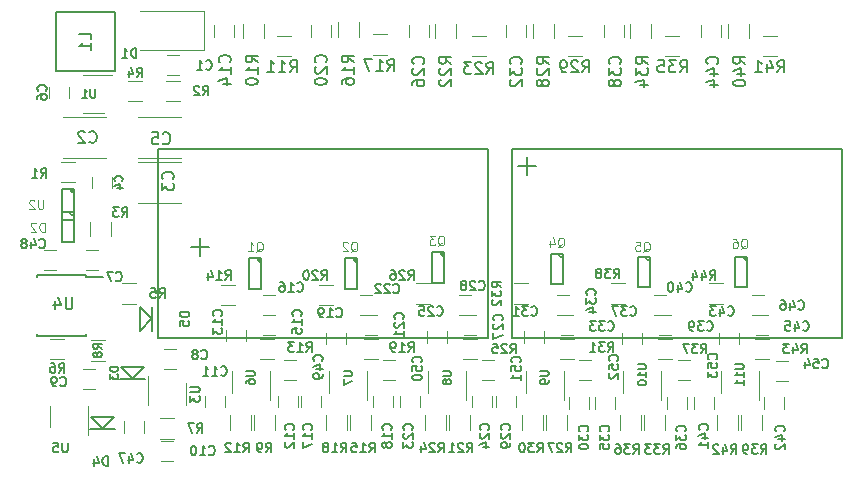
<source format=gbr>
G04 #@! TF.FileFunction,Legend,Bot*
%FSLAX46Y46*%
G04 Gerber Fmt 4.6, Leading zero omitted, Abs format (unit mm)*
G04 Created by KiCad (PCBNEW 4.0.5+dfsg1-4) date Mon Nov 27 08:57:56 2017*
%MOMM*%
%LPD*%
G01*
G04 APERTURE LIST*
%ADD10C,0.100000*%
%ADD11C,0.150000*%
%ADD12C,0.120000*%
%ADD13C,0.119380*%
G04 APERTURE END LIST*
D10*
D11*
X58898000Y-43562000D02*
X58898000Y-59562000D01*
X86898000Y-43562000D02*
X58898000Y-43562000D01*
X86898000Y-59562000D02*
X86898000Y-43562000D01*
X58898000Y-59562000D02*
X86898000Y-59562000D01*
X67692590Y-52925980D02*
G75*
G03X67692590Y-52925980I-159070J0D01*
G01*
X66675000Y-55372000D02*
X67691000Y-55372000D01*
X66675000Y-52768500D02*
X67691000Y-52768500D01*
X67691000Y-55372000D02*
X67691000Y-52768500D01*
X66675000Y-52768500D02*
X66675000Y-55372000D01*
D12*
X67826000Y-55919000D02*
X68826000Y-55919000D01*
X68826000Y-57619000D02*
X67826000Y-57619000D01*
D11*
X88870000Y-43562000D02*
X88870000Y-59562000D01*
X116870000Y-43562000D02*
X88870000Y-43562000D01*
X116870000Y-59562000D02*
X116870000Y-43562000D01*
X88870000Y-59562000D02*
X116870000Y-59562000D01*
D12*
X54505000Y-44275000D02*
X50905000Y-44275000D01*
X50905000Y-40815000D02*
X54505000Y-40815000D01*
X60855000Y-48085000D02*
X57255000Y-48085000D01*
X57255000Y-44625000D02*
X60855000Y-44625000D01*
X55079000Y-45855000D02*
X55079000Y-46855000D01*
X53379000Y-46855000D02*
X53379000Y-45855000D01*
X59698000Y-35599000D02*
X60698000Y-35599000D01*
X60698000Y-37299000D02*
X59698000Y-37299000D01*
X49696000Y-39235000D02*
X49696000Y-38235000D01*
X51396000Y-38235000D02*
X51396000Y-39235000D01*
X62904000Y-65397000D02*
X62904000Y-64397000D01*
X64604000Y-64397000D02*
X64604000Y-65397000D01*
X60444000Y-62191000D02*
X59444000Y-62191000D01*
X59444000Y-60491000D02*
X60444000Y-60491000D01*
X69127000Y-65397000D02*
X69127000Y-64397000D01*
X70827000Y-64397000D02*
X70827000Y-65397000D01*
X64682000Y-59809000D02*
X64682000Y-58809000D01*
X66382000Y-58809000D02*
X66382000Y-59809000D01*
X52586000Y-62142000D02*
X53586000Y-62142000D01*
X53586000Y-63842000D02*
X52586000Y-63842000D01*
X63666000Y-34028000D02*
X63666000Y-33028000D01*
X65366000Y-33028000D02*
X65366000Y-34028000D01*
X60190000Y-69938000D02*
X59190000Y-69938000D01*
X59190000Y-68238000D02*
X60190000Y-68238000D01*
X67826000Y-57570000D02*
X68826000Y-57570000D01*
X68826000Y-59270000D02*
X67826000Y-59270000D01*
X71032000Y-65397000D02*
X71032000Y-64397000D01*
X72732000Y-64397000D02*
X72732000Y-65397000D01*
X77128000Y-65397000D02*
X77128000Y-64397000D01*
X78828000Y-64397000D02*
X78828000Y-65397000D01*
X73191000Y-60063000D02*
X73191000Y-59063000D01*
X74891000Y-59063000D02*
X74891000Y-60063000D01*
X71921000Y-34028000D02*
X71921000Y-33028000D01*
X73621000Y-33028000D02*
X73621000Y-34028000D01*
X76462000Y-57570000D02*
X77462000Y-57570000D01*
X77462000Y-59270000D02*
X76462000Y-59270000D01*
X76081000Y-55919000D02*
X77081000Y-55919000D01*
X77081000Y-57619000D02*
X76081000Y-57619000D01*
X79414000Y-65397000D02*
X79414000Y-64397000D01*
X81114000Y-64397000D02*
X81114000Y-65397000D01*
X85510000Y-65397000D02*
X85510000Y-64397000D01*
X87210000Y-64397000D02*
X87210000Y-65397000D01*
X81700000Y-59936000D02*
X81700000Y-58936000D01*
X83400000Y-58936000D02*
X83400000Y-59936000D01*
X80176000Y-34028000D02*
X80176000Y-33028000D01*
X81876000Y-33028000D02*
X81876000Y-34028000D01*
X84844000Y-57570000D02*
X85844000Y-57570000D01*
X85844000Y-59270000D02*
X84844000Y-59270000D01*
X84463000Y-55919000D02*
X85463000Y-55919000D01*
X85463000Y-57619000D02*
X84463000Y-57619000D01*
X87542000Y-65397000D02*
X87542000Y-64397000D01*
X89242000Y-64397000D02*
X89242000Y-65397000D01*
X93765000Y-65524000D02*
X93765000Y-64524000D01*
X95465000Y-64524000D02*
X95465000Y-65524000D01*
X89955000Y-59936000D02*
X89955000Y-58936000D01*
X91655000Y-58936000D02*
X91655000Y-59936000D01*
X88431000Y-34028000D02*
X88431000Y-33028000D01*
X90131000Y-33028000D02*
X90131000Y-34028000D01*
X93099000Y-57570000D02*
X94099000Y-57570000D01*
X94099000Y-59270000D02*
X93099000Y-59270000D01*
X92718000Y-55919000D02*
X93718000Y-55919000D01*
X93718000Y-57619000D02*
X92718000Y-57619000D01*
X95924000Y-65524000D02*
X95924000Y-64524000D01*
X97624000Y-64524000D02*
X97624000Y-65524000D01*
X102020000Y-65524000D02*
X102020000Y-64524000D01*
X103720000Y-64524000D02*
X103720000Y-65524000D01*
X98210000Y-60063000D02*
X98210000Y-59063000D01*
X99910000Y-59063000D02*
X99910000Y-60063000D01*
X96686000Y-34028000D02*
X96686000Y-33028000D01*
X98386000Y-33028000D02*
X98386000Y-34028000D01*
X101354000Y-57570000D02*
X102354000Y-57570000D01*
X102354000Y-59270000D02*
X101354000Y-59270000D01*
X100973000Y-55919000D02*
X101973000Y-55919000D01*
X101973000Y-57619000D02*
X100973000Y-57619000D01*
X62836000Y-31878000D02*
X62836000Y-35178000D01*
X62836000Y-35178000D02*
X57436000Y-35178000D01*
X62836000Y-31878000D02*
X57436000Y-31878000D01*
D11*
X58435240Y-57861200D02*
X57434480Y-58912760D01*
X57434480Y-58912760D02*
X57434480Y-56911240D01*
X57434480Y-56911240D02*
X58435240Y-57912000D01*
X58435240Y-58961020D02*
X58435240Y-56862980D01*
X54279800Y-67198240D02*
X53228240Y-66197480D01*
X53228240Y-66197480D02*
X55229760Y-66197480D01*
X55229760Y-66197480D02*
X54229000Y-67198240D01*
X53179980Y-67198240D02*
X55278020Y-67198240D01*
X56819800Y-63007240D02*
X55768240Y-62006480D01*
X55768240Y-62006480D02*
X57769760Y-62006480D01*
X57769760Y-62006480D02*
X56769000Y-63007240D01*
X55719980Y-63007240D02*
X57818020Y-63007240D01*
X55332000Y-31917000D02*
X55332000Y-36917000D01*
X55332000Y-36917000D02*
X50332000Y-36917000D01*
X50332000Y-36917000D02*
X50332000Y-31917000D01*
X50332000Y-31917000D02*
X55332000Y-31917000D01*
X75820590Y-52925980D02*
G75*
G03X75820590Y-52925980I-159070J0D01*
G01*
X74803000Y-55372000D02*
X75819000Y-55372000D01*
X74803000Y-52768500D02*
X75819000Y-52768500D01*
X75819000Y-55372000D02*
X75819000Y-52768500D01*
X74803000Y-52768500D02*
X74803000Y-55372000D01*
X83186590Y-52417980D02*
G75*
G03X83186590Y-52417980I-159070J0D01*
G01*
X82169000Y-54864000D02*
X83185000Y-54864000D01*
X82169000Y-52260500D02*
X83185000Y-52260500D01*
X83185000Y-54864000D02*
X83185000Y-52260500D01*
X82169000Y-52260500D02*
X82169000Y-54864000D01*
X93219590Y-52544980D02*
G75*
G03X93219590Y-52544980I-159070J0D01*
G01*
X92202000Y-54991000D02*
X93218000Y-54991000D01*
X92202000Y-52387500D02*
X93218000Y-52387500D01*
X93218000Y-54991000D02*
X93218000Y-52387500D01*
X92202000Y-52387500D02*
X92202000Y-54991000D01*
X100585590Y-52798980D02*
G75*
G03X100585590Y-52798980I-159070J0D01*
G01*
X99568000Y-55245000D02*
X100584000Y-55245000D01*
X99568000Y-52641500D02*
X100584000Y-52641500D01*
X100584000Y-55245000D02*
X100584000Y-52641500D01*
X99568000Y-52641500D02*
X99568000Y-55245000D01*
D12*
X50708000Y-46346000D02*
X51908000Y-46346000D01*
X51908000Y-44586000D02*
X50708000Y-44586000D01*
X53222000Y-49692000D02*
X53222000Y-50892000D01*
X54982000Y-50892000D02*
X54982000Y-49692000D01*
X59598000Y-39488000D02*
X60798000Y-39488000D01*
X60798000Y-37728000D02*
X59598000Y-37728000D01*
X56423000Y-39488000D02*
X57623000Y-39488000D01*
X57623000Y-37728000D02*
X56423000Y-37728000D01*
X51019000Y-59572000D02*
X49819000Y-59572000D01*
X49819000Y-61332000D02*
X51019000Y-61332000D01*
X67065000Y-66075000D02*
X67065000Y-67275000D01*
X68825000Y-67275000D02*
X68825000Y-66075000D01*
X66176000Y-32928000D02*
X66176000Y-34128000D01*
X67936000Y-34128000D02*
X67936000Y-32928000D01*
X54448000Y-59699000D02*
X53248000Y-59699000D01*
X53248000Y-61459000D02*
X54448000Y-61459000D01*
X68996000Y-35678000D02*
X70196000Y-35678000D01*
X70196000Y-33918000D02*
X68996000Y-33918000D01*
X65033000Y-66075000D02*
X65033000Y-67275000D01*
X66793000Y-67275000D02*
X66793000Y-66075000D01*
X60290000Y-66303000D02*
X59090000Y-66303000D01*
X59090000Y-68063000D02*
X60290000Y-68063000D01*
X67599000Y-61332000D02*
X68799000Y-61332000D01*
X68799000Y-59572000D02*
X67599000Y-59572000D01*
X55915000Y-56633000D02*
X57115000Y-56633000D01*
X57115000Y-54873000D02*
X55915000Y-54873000D01*
X65497000Y-55000000D02*
X64297000Y-55000000D01*
X64297000Y-56760000D02*
X65497000Y-56760000D01*
X75193000Y-66075000D02*
X75193000Y-67275000D01*
X76953000Y-67275000D02*
X76953000Y-66075000D01*
X74177000Y-32801000D02*
X74177000Y-34001000D01*
X75937000Y-34001000D02*
X75937000Y-32801000D01*
X77124000Y-35551000D02*
X78324000Y-35551000D01*
X78324000Y-33791000D02*
X77124000Y-33791000D01*
X73161000Y-66075000D02*
X73161000Y-67275000D01*
X74921000Y-67275000D02*
X74921000Y-66075000D01*
X76362000Y-61332000D02*
X77562000Y-61332000D01*
X77562000Y-59572000D02*
X76362000Y-59572000D01*
X73752000Y-55000000D02*
X72552000Y-55000000D01*
X72552000Y-56760000D02*
X73752000Y-56760000D01*
X83575000Y-66075000D02*
X83575000Y-67275000D01*
X85335000Y-67275000D02*
X85335000Y-66075000D01*
X82432000Y-32928000D02*
X82432000Y-34128000D01*
X84192000Y-34128000D02*
X84192000Y-32928000D01*
X85506000Y-35678000D02*
X86706000Y-35678000D01*
X86706000Y-33918000D02*
X85506000Y-33918000D01*
X81543000Y-66075000D02*
X81543000Y-67275000D01*
X83303000Y-67275000D02*
X83303000Y-66075000D01*
X84744000Y-61332000D02*
X85944000Y-61332000D01*
X85944000Y-59572000D02*
X84744000Y-59572000D01*
X82007000Y-54873000D02*
X80807000Y-54873000D01*
X80807000Y-56633000D02*
X82007000Y-56633000D01*
X91830000Y-66075000D02*
X91830000Y-67275000D01*
X93590000Y-67275000D02*
X93590000Y-66075000D01*
X90687000Y-32928000D02*
X90687000Y-34128000D01*
X92447000Y-34128000D02*
X92447000Y-32928000D01*
X93634000Y-35678000D02*
X94834000Y-35678000D01*
X94834000Y-33918000D02*
X93634000Y-33918000D01*
X89798000Y-66075000D02*
X89798000Y-67275000D01*
X91558000Y-67275000D02*
X91558000Y-66075000D01*
X92999000Y-61332000D02*
X94199000Y-61332000D01*
X94199000Y-59572000D02*
X92999000Y-59572000D01*
X90262000Y-54873000D02*
X89062000Y-54873000D01*
X89062000Y-56633000D02*
X90262000Y-56633000D01*
X100085000Y-66075000D02*
X100085000Y-67275000D01*
X101845000Y-67275000D02*
X101845000Y-66075000D01*
X98942000Y-32928000D02*
X98942000Y-34128000D01*
X100702000Y-34128000D02*
X100702000Y-32928000D01*
X101889000Y-35678000D02*
X103089000Y-35678000D01*
X103089000Y-33918000D02*
X101889000Y-33918000D01*
X98053000Y-66075000D02*
X98053000Y-67275000D01*
X99813000Y-67275000D02*
X99813000Y-66075000D01*
X101254000Y-61332000D02*
X102454000Y-61332000D01*
X102454000Y-59572000D02*
X101254000Y-59572000D01*
X98517000Y-54873000D02*
X97317000Y-54873000D01*
X97317000Y-56633000D02*
X98517000Y-56633000D01*
X61300000Y-63362000D02*
X61300000Y-65162000D01*
X58080000Y-65162000D02*
X58080000Y-62712000D01*
D11*
X52875000Y-54194000D02*
X52875000Y-54339000D01*
X48725000Y-54194000D02*
X48725000Y-54339000D01*
X48725000Y-59344000D02*
X48725000Y-59199000D01*
X52875000Y-59344000D02*
X52875000Y-59199000D01*
X52875000Y-54194000D02*
X48725000Y-54194000D01*
X52875000Y-59344000D02*
X48725000Y-59344000D01*
X52875000Y-54339000D02*
X54275000Y-54339000D01*
D12*
X49825000Y-67067000D02*
X49825000Y-65267000D01*
X53045000Y-65267000D02*
X53045000Y-67717000D01*
X54367000Y-40472000D02*
X52567000Y-40472000D01*
X52567000Y-37252000D02*
X55017000Y-37252000D01*
X65192000Y-64146000D02*
X65192000Y-62346000D01*
X68412000Y-62346000D02*
X68412000Y-64796000D01*
X73447000Y-64146000D02*
X73447000Y-62346000D01*
X76667000Y-62346000D02*
X76667000Y-64796000D01*
X81829000Y-64146000D02*
X81829000Y-62346000D01*
X85049000Y-62346000D02*
X85049000Y-64796000D01*
X90084000Y-64146000D02*
X90084000Y-62346000D01*
X93304000Y-62346000D02*
X93304000Y-64796000D01*
X98339000Y-64146000D02*
X98339000Y-62346000D01*
X101559000Y-62346000D02*
X101559000Y-64796000D01*
X52840000Y-52109000D02*
X53840000Y-52109000D01*
X53840000Y-53809000D02*
X52840000Y-53809000D01*
X110275000Y-65524000D02*
X110275000Y-64524000D01*
X111975000Y-64524000D02*
X111975000Y-65524000D01*
X104306000Y-65524000D02*
X104306000Y-64524000D01*
X106006000Y-64524000D02*
X106006000Y-65524000D01*
X106465000Y-60063000D02*
X106465000Y-59063000D01*
X108165000Y-59063000D02*
X108165000Y-60063000D01*
X104941000Y-34028000D02*
X104941000Y-33028000D01*
X106641000Y-33028000D02*
X106641000Y-34028000D01*
X109609000Y-57570000D02*
X110609000Y-57570000D01*
X110609000Y-59270000D02*
X109609000Y-59270000D01*
X109228000Y-55919000D02*
X110228000Y-55919000D01*
X110228000Y-57619000D02*
X109228000Y-57619000D01*
D11*
X108840590Y-52798980D02*
G75*
G03X108840590Y-52798980I-159070J0D01*
G01*
X107823000Y-55245000D02*
X108839000Y-55245000D01*
X107823000Y-52641500D02*
X108839000Y-52641500D01*
X108839000Y-55245000D02*
X108839000Y-52641500D01*
X107823000Y-52641500D02*
X107823000Y-55245000D01*
D12*
X108340000Y-66075000D02*
X108340000Y-67275000D01*
X110100000Y-67275000D02*
X110100000Y-66075000D01*
X107197000Y-32928000D02*
X107197000Y-34128000D01*
X108957000Y-34128000D02*
X108957000Y-32928000D01*
X110144000Y-35678000D02*
X111344000Y-35678000D01*
X111344000Y-33918000D02*
X110144000Y-33918000D01*
X106308000Y-66075000D02*
X106308000Y-67275000D01*
X108068000Y-67275000D02*
X108068000Y-66075000D01*
X109509000Y-61332000D02*
X110709000Y-61332000D01*
X110709000Y-59572000D02*
X109509000Y-59572000D01*
X106772000Y-54873000D02*
X105572000Y-54873000D01*
X105572000Y-56633000D02*
X106772000Y-56633000D01*
D11*
X51817590Y-47083980D02*
G75*
G03X51817590Y-47083980I-159070J0D01*
G01*
X50800000Y-49530000D02*
X51816000Y-49530000D01*
X50800000Y-46926500D02*
X51816000Y-46926500D01*
X51816000Y-49530000D02*
X51816000Y-46926500D01*
X50800000Y-46926500D02*
X50800000Y-49530000D01*
D12*
X106594000Y-64146000D02*
X106594000Y-62346000D01*
X109814000Y-62346000D02*
X109814000Y-64796000D01*
D11*
X51817590Y-48988980D02*
G75*
G03X51817590Y-48988980I-159070J0D01*
G01*
X50800000Y-51435000D02*
X51816000Y-51435000D01*
X50800000Y-48831500D02*
X51816000Y-48831500D01*
X51816000Y-51435000D02*
X51816000Y-48831500D01*
X50800000Y-48831500D02*
X50800000Y-51435000D01*
D12*
X56046000Y-67556000D02*
X56046000Y-66556000D01*
X57746000Y-66556000D02*
X57746000Y-67556000D01*
X50284000Y-53809000D02*
X49284000Y-53809000D01*
X49284000Y-52109000D02*
X50284000Y-52109000D01*
X70604000Y-63080000D02*
X69604000Y-63080000D01*
X69604000Y-61380000D02*
X70604000Y-61380000D01*
X78986000Y-63080000D02*
X77986000Y-63080000D01*
X77986000Y-61380000D02*
X78986000Y-61380000D01*
X87368000Y-63080000D02*
X86368000Y-63080000D01*
X86368000Y-61380000D02*
X87368000Y-61380000D01*
X95623000Y-63080000D02*
X94623000Y-63080000D01*
X94623000Y-61380000D02*
X95623000Y-61380000D01*
X104005000Y-63080000D02*
X103005000Y-63080000D01*
X103005000Y-61380000D02*
X104005000Y-61380000D01*
X112260000Y-63207000D02*
X111260000Y-63207000D01*
X111260000Y-61507000D02*
X112260000Y-61507000D01*
X57255000Y-40815000D02*
X60855000Y-40815000D01*
X60855000Y-44275000D02*
X57255000Y-44275000D01*
D11*
X63220505Y-51857257D02*
X61696695Y-51857257D01*
X62458600Y-52619162D02*
X62458600Y-51095352D01*
D13*
X67255571Y-52233286D02*
X67328143Y-52197000D01*
X67400714Y-52124429D01*
X67509571Y-52015571D01*
X67582143Y-51979286D01*
X67654714Y-51979286D01*
X67618429Y-52160714D02*
X67691000Y-52124429D01*
X67763571Y-52051857D01*
X67799857Y-51906714D01*
X67799857Y-51652714D01*
X67763571Y-51507571D01*
X67691000Y-51435000D01*
X67618429Y-51398714D01*
X67473286Y-51398714D01*
X67400714Y-51435000D01*
X67328143Y-51507571D01*
X67291857Y-51652714D01*
X67291857Y-51906714D01*
X67328143Y-52051857D01*
X67400714Y-52124429D01*
X67473286Y-52160714D01*
X67618429Y-52160714D01*
X66566143Y-52160714D02*
X67001571Y-52160714D01*
X66783857Y-52160714D02*
X66783857Y-51398714D01*
X66856428Y-51507571D01*
X66929000Y-51580143D01*
X67001571Y-51616429D01*
D11*
X70745286Y-55530714D02*
X70783381Y-55568810D01*
X70897667Y-55606905D01*
X70973857Y-55606905D01*
X71088143Y-55568810D01*
X71164334Y-55492619D01*
X71202429Y-55416429D01*
X71240524Y-55264048D01*
X71240524Y-55149762D01*
X71202429Y-54997381D01*
X71164334Y-54921190D01*
X71088143Y-54845000D01*
X70973857Y-54806905D01*
X70897667Y-54806905D01*
X70783381Y-54845000D01*
X70745286Y-54883095D01*
X69983381Y-55606905D02*
X70440524Y-55606905D01*
X70211953Y-55606905D02*
X70211953Y-54806905D01*
X70288143Y-54921190D01*
X70364334Y-54997381D01*
X70440524Y-55035476D01*
X69297667Y-54806905D02*
X69450048Y-54806905D01*
X69526238Y-54845000D01*
X69564333Y-54883095D01*
X69640524Y-54997381D01*
X69678619Y-55149762D01*
X69678619Y-55454524D01*
X69640524Y-55530714D01*
X69602429Y-55568810D01*
X69526238Y-55606905D01*
X69373857Y-55606905D01*
X69297667Y-55568810D01*
X69259571Y-55530714D01*
X69221476Y-55454524D01*
X69221476Y-55264048D01*
X69259571Y-55187857D01*
X69297667Y-55149762D01*
X69373857Y-55111667D01*
X69526238Y-55111667D01*
X69602429Y-55149762D01*
X69640524Y-55187857D01*
X69678619Y-55264048D01*
X90931905Y-44973857D02*
X89408095Y-44973857D01*
X90170000Y-45735762D02*
X90170000Y-44211952D01*
X53125666Y-42902143D02*
X53173285Y-42949762D01*
X53316142Y-42997381D01*
X53411380Y-42997381D01*
X53554238Y-42949762D01*
X53649476Y-42854524D01*
X53697095Y-42759286D01*
X53744714Y-42568810D01*
X53744714Y-42425952D01*
X53697095Y-42235476D01*
X53649476Y-42140238D01*
X53554238Y-42045000D01*
X53411380Y-41997381D01*
X53316142Y-41997381D01*
X53173285Y-42045000D01*
X53125666Y-42092619D01*
X52744714Y-42092619D02*
X52697095Y-42045000D01*
X52601857Y-41997381D01*
X52363761Y-41997381D01*
X52268523Y-42045000D01*
X52220904Y-42092619D01*
X52173285Y-42187857D01*
X52173285Y-42283095D01*
X52220904Y-42425952D01*
X52792333Y-42997381D01*
X52173285Y-42997381D01*
X60174143Y-46061334D02*
X60221762Y-46013715D01*
X60269381Y-45870858D01*
X60269381Y-45775620D01*
X60221762Y-45632762D01*
X60126524Y-45537524D01*
X60031286Y-45489905D01*
X59840810Y-45442286D01*
X59697952Y-45442286D01*
X59507476Y-45489905D01*
X59412238Y-45537524D01*
X59317000Y-45632762D01*
X59269381Y-45775620D01*
X59269381Y-45870858D01*
X59317000Y-46013715D01*
X59364619Y-46061334D01*
X59269381Y-46394667D02*
X59269381Y-47013715D01*
X59650333Y-46680381D01*
X59650333Y-46823239D01*
X59697952Y-46918477D01*
X59745571Y-46966096D01*
X59840810Y-47013715D01*
X60078905Y-47013715D01*
X60174143Y-46966096D01*
X60221762Y-46918477D01*
X60269381Y-46823239D01*
X60269381Y-46537524D01*
X60221762Y-46442286D01*
X60174143Y-46394667D01*
X55876000Y-46238334D02*
X55909333Y-46205000D01*
X55942667Y-46105000D01*
X55942667Y-46038334D01*
X55909333Y-45938334D01*
X55842667Y-45871667D01*
X55776000Y-45838334D01*
X55642667Y-45805000D01*
X55542667Y-45805000D01*
X55409333Y-45838334D01*
X55342667Y-45871667D01*
X55276000Y-45938334D01*
X55242667Y-46038334D01*
X55242667Y-46105000D01*
X55276000Y-46205000D01*
X55309333Y-46238334D01*
X55476000Y-46838334D02*
X55942667Y-46838334D01*
X55209333Y-46671667D02*
X55709333Y-46505000D01*
X55709333Y-46938334D01*
X62998333Y-36734714D02*
X63036428Y-36772810D01*
X63150714Y-36810905D01*
X63226904Y-36810905D01*
X63341190Y-36772810D01*
X63417381Y-36696619D01*
X63455476Y-36620429D01*
X63493571Y-36468048D01*
X63493571Y-36353762D01*
X63455476Y-36201381D01*
X63417381Y-36125190D01*
X63341190Y-36049000D01*
X63226904Y-36010905D01*
X63150714Y-36010905D01*
X63036428Y-36049000D01*
X62998333Y-36087095D01*
X62236428Y-36810905D02*
X62693571Y-36810905D01*
X62465000Y-36810905D02*
X62465000Y-36010905D01*
X62541190Y-36125190D01*
X62617381Y-36201381D01*
X62693571Y-36239476D01*
X49434714Y-38601667D02*
X49472810Y-38563572D01*
X49510905Y-38449286D01*
X49510905Y-38373096D01*
X49472810Y-38258810D01*
X49396619Y-38182619D01*
X49320429Y-38144524D01*
X49168048Y-38106429D01*
X49053762Y-38106429D01*
X48901381Y-38144524D01*
X48825190Y-38182619D01*
X48749000Y-38258810D01*
X48710905Y-38373096D01*
X48710905Y-38449286D01*
X48749000Y-38563572D01*
X48787095Y-38601667D01*
X48710905Y-39287381D02*
X48710905Y-39135000D01*
X48749000Y-39058810D01*
X48787095Y-39020715D01*
X48901381Y-38944524D01*
X49053762Y-38906429D01*
X49358524Y-38906429D01*
X49434714Y-38944524D01*
X49472810Y-38982619D01*
X49510905Y-39058810D01*
X49510905Y-39211191D01*
X49472810Y-39287381D01*
X49434714Y-39325477D01*
X49358524Y-39363572D01*
X49168048Y-39363572D01*
X49091857Y-39325477D01*
X49053762Y-39287381D01*
X49015667Y-39211191D01*
X49015667Y-39058810D01*
X49053762Y-38982619D01*
X49091857Y-38944524D01*
X49168048Y-38906429D01*
X64268286Y-62642714D02*
X64306381Y-62680810D01*
X64420667Y-62718905D01*
X64496857Y-62718905D01*
X64611143Y-62680810D01*
X64687334Y-62604619D01*
X64725429Y-62528429D01*
X64763524Y-62376048D01*
X64763524Y-62261762D01*
X64725429Y-62109381D01*
X64687334Y-62033190D01*
X64611143Y-61957000D01*
X64496857Y-61918905D01*
X64420667Y-61918905D01*
X64306381Y-61957000D01*
X64268286Y-61995095D01*
X63506381Y-62718905D02*
X63963524Y-62718905D01*
X63734953Y-62718905D02*
X63734953Y-61918905D01*
X63811143Y-62033190D01*
X63887334Y-62109381D01*
X63963524Y-62147476D01*
X62744476Y-62718905D02*
X63201619Y-62718905D01*
X62973048Y-62718905D02*
X62973048Y-61918905D01*
X63049238Y-62033190D01*
X63125429Y-62109381D01*
X63201619Y-62147476D01*
X62617333Y-61245714D02*
X62655428Y-61283810D01*
X62769714Y-61321905D01*
X62845904Y-61321905D01*
X62960190Y-61283810D01*
X63036381Y-61207619D01*
X63074476Y-61131429D01*
X63112571Y-60979048D01*
X63112571Y-60864762D01*
X63074476Y-60712381D01*
X63036381Y-60636190D01*
X62960190Y-60560000D01*
X62845904Y-60521905D01*
X62769714Y-60521905D01*
X62655428Y-60560000D01*
X62617333Y-60598095D01*
X62160190Y-60864762D02*
X62236381Y-60826667D01*
X62274476Y-60788571D01*
X62312571Y-60712381D01*
X62312571Y-60674286D01*
X62274476Y-60598095D01*
X62236381Y-60560000D01*
X62160190Y-60521905D01*
X62007809Y-60521905D01*
X61931619Y-60560000D01*
X61893523Y-60598095D01*
X61855428Y-60674286D01*
X61855428Y-60712381D01*
X61893523Y-60788571D01*
X61931619Y-60826667D01*
X62007809Y-60864762D01*
X62160190Y-60864762D01*
X62236381Y-60902857D01*
X62274476Y-60940952D01*
X62312571Y-61017143D01*
X62312571Y-61169524D01*
X62274476Y-61245714D01*
X62236381Y-61283810D01*
X62160190Y-61321905D01*
X62007809Y-61321905D01*
X61931619Y-61283810D01*
X61893523Y-61245714D01*
X61855428Y-61169524D01*
X61855428Y-61017143D01*
X61893523Y-60940952D01*
X61931619Y-60902857D01*
X62007809Y-60864762D01*
X70389714Y-67303714D02*
X70427810Y-67265619D01*
X70465905Y-67151333D01*
X70465905Y-67075143D01*
X70427810Y-66960857D01*
X70351619Y-66884666D01*
X70275429Y-66846571D01*
X70123048Y-66808476D01*
X70008762Y-66808476D01*
X69856381Y-66846571D01*
X69780190Y-66884666D01*
X69704000Y-66960857D01*
X69665905Y-67075143D01*
X69665905Y-67151333D01*
X69704000Y-67265619D01*
X69742095Y-67303714D01*
X70465905Y-68065619D02*
X70465905Y-67608476D01*
X70465905Y-67837047D02*
X69665905Y-67837047D01*
X69780190Y-67760857D01*
X69856381Y-67684666D01*
X69894476Y-67608476D01*
X69742095Y-68370381D02*
X69704000Y-68408476D01*
X69665905Y-68484667D01*
X69665905Y-68675143D01*
X69704000Y-68751333D01*
X69742095Y-68789429D01*
X69818286Y-68827524D01*
X69894476Y-68827524D01*
X70008762Y-68789429D01*
X70465905Y-68332286D01*
X70465905Y-68827524D01*
X64293714Y-57651714D02*
X64331810Y-57613619D01*
X64369905Y-57499333D01*
X64369905Y-57423143D01*
X64331810Y-57308857D01*
X64255619Y-57232666D01*
X64179429Y-57194571D01*
X64027048Y-57156476D01*
X63912762Y-57156476D01*
X63760381Y-57194571D01*
X63684190Y-57232666D01*
X63608000Y-57308857D01*
X63569905Y-57423143D01*
X63569905Y-57499333D01*
X63608000Y-57613619D01*
X63646095Y-57651714D01*
X64369905Y-58413619D02*
X64369905Y-57956476D01*
X64369905Y-58185047D02*
X63569905Y-58185047D01*
X63684190Y-58108857D01*
X63760381Y-58032666D01*
X63798476Y-57956476D01*
X63569905Y-58680286D02*
X63569905Y-59175524D01*
X63874667Y-58908857D01*
X63874667Y-59023143D01*
X63912762Y-59099333D01*
X63950857Y-59137429D01*
X64027048Y-59175524D01*
X64217524Y-59175524D01*
X64293714Y-59137429D01*
X64331810Y-59099333D01*
X64369905Y-59023143D01*
X64369905Y-58794571D01*
X64331810Y-58718381D01*
X64293714Y-58680286D01*
X50679333Y-63531714D02*
X50717428Y-63569810D01*
X50831714Y-63607905D01*
X50907904Y-63607905D01*
X51022190Y-63569810D01*
X51098381Y-63493619D01*
X51136476Y-63417429D01*
X51174571Y-63265048D01*
X51174571Y-63150762D01*
X51136476Y-62998381D01*
X51098381Y-62922190D01*
X51022190Y-62846000D01*
X50907904Y-62807905D01*
X50831714Y-62807905D01*
X50717428Y-62846000D01*
X50679333Y-62884095D01*
X50298381Y-63607905D02*
X50146000Y-63607905D01*
X50069809Y-63569810D01*
X50031714Y-63531714D01*
X49955523Y-63417429D01*
X49917428Y-63265048D01*
X49917428Y-62960286D01*
X49955523Y-62884095D01*
X49993619Y-62846000D01*
X50069809Y-62807905D01*
X50222190Y-62807905D01*
X50298381Y-62846000D01*
X50336476Y-62884095D01*
X50374571Y-62960286D01*
X50374571Y-63150762D01*
X50336476Y-63226952D01*
X50298381Y-63265048D01*
X50222190Y-63303143D01*
X50069809Y-63303143D01*
X49993619Y-63265048D01*
X49955523Y-63226952D01*
X49917428Y-63150762D01*
X65000143Y-36187143D02*
X65047762Y-36139524D01*
X65095381Y-35996667D01*
X65095381Y-35901429D01*
X65047762Y-35758571D01*
X64952524Y-35663333D01*
X64857286Y-35615714D01*
X64666810Y-35568095D01*
X64523952Y-35568095D01*
X64333476Y-35615714D01*
X64238238Y-35663333D01*
X64143000Y-35758571D01*
X64095381Y-35901429D01*
X64095381Y-35996667D01*
X64143000Y-36139524D01*
X64190619Y-36187143D01*
X65095381Y-37139524D02*
X65095381Y-36568095D01*
X65095381Y-36853809D02*
X64095381Y-36853809D01*
X64238238Y-36758571D01*
X64333476Y-36663333D01*
X64381095Y-36568095D01*
X64428714Y-37996667D02*
X65095381Y-37996667D01*
X64047762Y-37758571D02*
X64762048Y-37520476D01*
X64762048Y-38139524D01*
X63252286Y-69373714D02*
X63290381Y-69411810D01*
X63404667Y-69449905D01*
X63480857Y-69449905D01*
X63595143Y-69411810D01*
X63671334Y-69335619D01*
X63709429Y-69259429D01*
X63747524Y-69107048D01*
X63747524Y-68992762D01*
X63709429Y-68840381D01*
X63671334Y-68764190D01*
X63595143Y-68688000D01*
X63480857Y-68649905D01*
X63404667Y-68649905D01*
X63290381Y-68688000D01*
X63252286Y-68726095D01*
X62490381Y-69449905D02*
X62947524Y-69449905D01*
X62718953Y-69449905D02*
X62718953Y-68649905D01*
X62795143Y-68764190D01*
X62871334Y-68840381D01*
X62947524Y-68878476D01*
X61995143Y-68649905D02*
X61918952Y-68649905D01*
X61842762Y-68688000D01*
X61804667Y-68726095D01*
X61766571Y-68802286D01*
X61728476Y-68954667D01*
X61728476Y-69145143D01*
X61766571Y-69297524D01*
X61804667Y-69373714D01*
X61842762Y-69411810D01*
X61918952Y-69449905D01*
X61995143Y-69449905D01*
X62071333Y-69411810D01*
X62109429Y-69373714D01*
X62147524Y-69297524D01*
X62185619Y-69145143D01*
X62185619Y-68954667D01*
X62147524Y-68802286D01*
X62109429Y-68726095D01*
X62071333Y-68688000D01*
X61995143Y-68649905D01*
X71024714Y-57651714D02*
X71062810Y-57613619D01*
X71100905Y-57499333D01*
X71100905Y-57423143D01*
X71062810Y-57308857D01*
X70986619Y-57232666D01*
X70910429Y-57194571D01*
X70758048Y-57156476D01*
X70643762Y-57156476D01*
X70491381Y-57194571D01*
X70415190Y-57232666D01*
X70339000Y-57308857D01*
X70300905Y-57423143D01*
X70300905Y-57499333D01*
X70339000Y-57613619D01*
X70377095Y-57651714D01*
X71100905Y-58413619D02*
X71100905Y-57956476D01*
X71100905Y-58185047D02*
X70300905Y-58185047D01*
X70415190Y-58108857D01*
X70491381Y-58032666D01*
X70529476Y-57956476D01*
X70300905Y-59137429D02*
X70300905Y-58756476D01*
X70681857Y-58718381D01*
X70643762Y-58756476D01*
X70605667Y-58832667D01*
X70605667Y-59023143D01*
X70643762Y-59099333D01*
X70681857Y-59137429D01*
X70758048Y-59175524D01*
X70948524Y-59175524D01*
X71024714Y-59137429D01*
X71062810Y-59099333D01*
X71100905Y-59023143D01*
X71100905Y-58832667D01*
X71062810Y-58756476D01*
X71024714Y-58718381D01*
X71913714Y-67303714D02*
X71951810Y-67265619D01*
X71989905Y-67151333D01*
X71989905Y-67075143D01*
X71951810Y-66960857D01*
X71875619Y-66884666D01*
X71799429Y-66846571D01*
X71647048Y-66808476D01*
X71532762Y-66808476D01*
X71380381Y-66846571D01*
X71304190Y-66884666D01*
X71228000Y-66960857D01*
X71189905Y-67075143D01*
X71189905Y-67151333D01*
X71228000Y-67265619D01*
X71266095Y-67303714D01*
X71989905Y-68065619D02*
X71989905Y-67608476D01*
X71989905Y-67837047D02*
X71189905Y-67837047D01*
X71304190Y-67760857D01*
X71380381Y-67684666D01*
X71418476Y-67608476D01*
X71189905Y-68332286D02*
X71189905Y-68865619D01*
X71989905Y-68522762D01*
X78644714Y-67303714D02*
X78682810Y-67265619D01*
X78720905Y-67151333D01*
X78720905Y-67075143D01*
X78682810Y-66960857D01*
X78606619Y-66884666D01*
X78530429Y-66846571D01*
X78378048Y-66808476D01*
X78263762Y-66808476D01*
X78111381Y-66846571D01*
X78035190Y-66884666D01*
X77959000Y-66960857D01*
X77920905Y-67075143D01*
X77920905Y-67151333D01*
X77959000Y-67265619D01*
X77997095Y-67303714D01*
X78720905Y-68065619D02*
X78720905Y-67608476D01*
X78720905Y-67837047D02*
X77920905Y-67837047D01*
X78035190Y-67760857D01*
X78111381Y-67684666D01*
X78149476Y-67608476D01*
X78263762Y-68522762D02*
X78225667Y-68446571D01*
X78187571Y-68408476D01*
X78111381Y-68370381D01*
X78073286Y-68370381D01*
X77997095Y-68408476D01*
X77959000Y-68446571D01*
X77920905Y-68522762D01*
X77920905Y-68675143D01*
X77959000Y-68751333D01*
X77997095Y-68789429D01*
X78073286Y-68827524D01*
X78111381Y-68827524D01*
X78187571Y-68789429D01*
X78225667Y-68751333D01*
X78263762Y-68675143D01*
X78263762Y-68522762D01*
X78301857Y-68446571D01*
X78339952Y-68408476D01*
X78416143Y-68370381D01*
X78568524Y-68370381D01*
X78644714Y-68408476D01*
X78682810Y-68446571D01*
X78720905Y-68522762D01*
X78720905Y-68675143D01*
X78682810Y-68751333D01*
X78644714Y-68789429D01*
X78568524Y-68827524D01*
X78416143Y-68827524D01*
X78339952Y-68789429D01*
X78301857Y-68751333D01*
X78263762Y-68675143D01*
X74047286Y-57689714D02*
X74085381Y-57727810D01*
X74199667Y-57765905D01*
X74275857Y-57765905D01*
X74390143Y-57727810D01*
X74466334Y-57651619D01*
X74504429Y-57575429D01*
X74542524Y-57423048D01*
X74542524Y-57308762D01*
X74504429Y-57156381D01*
X74466334Y-57080190D01*
X74390143Y-57004000D01*
X74275857Y-56965905D01*
X74199667Y-56965905D01*
X74085381Y-57004000D01*
X74047286Y-57042095D01*
X73285381Y-57765905D02*
X73742524Y-57765905D01*
X73513953Y-57765905D02*
X73513953Y-56965905D01*
X73590143Y-57080190D01*
X73666334Y-57156381D01*
X73742524Y-57194476D01*
X72904429Y-57765905D02*
X72752048Y-57765905D01*
X72675857Y-57727810D01*
X72637762Y-57689714D01*
X72561571Y-57575429D01*
X72523476Y-57423048D01*
X72523476Y-57118286D01*
X72561571Y-57042095D01*
X72599667Y-57004000D01*
X72675857Y-56965905D01*
X72828238Y-56965905D01*
X72904429Y-57004000D01*
X72942524Y-57042095D01*
X72980619Y-57118286D01*
X72980619Y-57308762D01*
X72942524Y-57384952D01*
X72904429Y-57423048D01*
X72828238Y-57461143D01*
X72675857Y-57461143D01*
X72599667Y-57423048D01*
X72561571Y-57384952D01*
X72523476Y-57308762D01*
X73128143Y-36187143D02*
X73175762Y-36139524D01*
X73223381Y-35996667D01*
X73223381Y-35901429D01*
X73175762Y-35758571D01*
X73080524Y-35663333D01*
X72985286Y-35615714D01*
X72794810Y-35568095D01*
X72651952Y-35568095D01*
X72461476Y-35615714D01*
X72366238Y-35663333D01*
X72271000Y-35758571D01*
X72223381Y-35901429D01*
X72223381Y-35996667D01*
X72271000Y-36139524D01*
X72318619Y-36187143D01*
X72318619Y-36568095D02*
X72271000Y-36615714D01*
X72223381Y-36710952D01*
X72223381Y-36949048D01*
X72271000Y-37044286D01*
X72318619Y-37091905D01*
X72413857Y-37139524D01*
X72509095Y-37139524D01*
X72651952Y-37091905D01*
X73223381Y-36520476D01*
X73223381Y-37139524D01*
X72223381Y-37758571D02*
X72223381Y-37853810D01*
X72271000Y-37949048D01*
X72318619Y-37996667D01*
X72413857Y-38044286D01*
X72604333Y-38091905D01*
X72842429Y-38091905D01*
X73032905Y-38044286D01*
X73128143Y-37996667D01*
X73175762Y-37949048D01*
X73223381Y-37853810D01*
X73223381Y-37758571D01*
X73175762Y-37663333D01*
X73128143Y-37615714D01*
X73032905Y-37568095D01*
X72842429Y-37520476D01*
X72604333Y-37520476D01*
X72413857Y-37568095D01*
X72318619Y-37615714D01*
X72271000Y-37663333D01*
X72223381Y-37758571D01*
X79660714Y-57905714D02*
X79698810Y-57867619D01*
X79736905Y-57753333D01*
X79736905Y-57677143D01*
X79698810Y-57562857D01*
X79622619Y-57486666D01*
X79546429Y-57448571D01*
X79394048Y-57410476D01*
X79279762Y-57410476D01*
X79127381Y-57448571D01*
X79051190Y-57486666D01*
X78975000Y-57562857D01*
X78936905Y-57677143D01*
X78936905Y-57753333D01*
X78975000Y-57867619D01*
X79013095Y-57905714D01*
X79013095Y-58210476D02*
X78975000Y-58248571D01*
X78936905Y-58324762D01*
X78936905Y-58515238D01*
X78975000Y-58591428D01*
X79013095Y-58629524D01*
X79089286Y-58667619D01*
X79165476Y-58667619D01*
X79279762Y-58629524D01*
X79736905Y-58172381D01*
X79736905Y-58667619D01*
X79736905Y-59429524D02*
X79736905Y-58972381D01*
X79736905Y-59200952D02*
X78936905Y-59200952D01*
X79051190Y-59124762D01*
X79127381Y-59048571D01*
X79165476Y-58972381D01*
X78873286Y-55657714D02*
X78911381Y-55695810D01*
X79025667Y-55733905D01*
X79101857Y-55733905D01*
X79216143Y-55695810D01*
X79292334Y-55619619D01*
X79330429Y-55543429D01*
X79368524Y-55391048D01*
X79368524Y-55276762D01*
X79330429Y-55124381D01*
X79292334Y-55048190D01*
X79216143Y-54972000D01*
X79101857Y-54933905D01*
X79025667Y-54933905D01*
X78911381Y-54972000D01*
X78873286Y-55010095D01*
X78568524Y-55010095D02*
X78530429Y-54972000D01*
X78454238Y-54933905D01*
X78263762Y-54933905D01*
X78187572Y-54972000D01*
X78149476Y-55010095D01*
X78111381Y-55086286D01*
X78111381Y-55162476D01*
X78149476Y-55276762D01*
X78606619Y-55733905D01*
X78111381Y-55733905D01*
X77806619Y-55010095D02*
X77768524Y-54972000D01*
X77692333Y-54933905D01*
X77501857Y-54933905D01*
X77425667Y-54972000D01*
X77387571Y-55010095D01*
X77349476Y-55086286D01*
X77349476Y-55162476D01*
X77387571Y-55276762D01*
X77844714Y-55733905D01*
X77349476Y-55733905D01*
X80422714Y-67303714D02*
X80460810Y-67265619D01*
X80498905Y-67151333D01*
X80498905Y-67075143D01*
X80460810Y-66960857D01*
X80384619Y-66884666D01*
X80308429Y-66846571D01*
X80156048Y-66808476D01*
X80041762Y-66808476D01*
X79889381Y-66846571D01*
X79813190Y-66884666D01*
X79737000Y-66960857D01*
X79698905Y-67075143D01*
X79698905Y-67151333D01*
X79737000Y-67265619D01*
X79775095Y-67303714D01*
X79775095Y-67608476D02*
X79737000Y-67646571D01*
X79698905Y-67722762D01*
X79698905Y-67913238D01*
X79737000Y-67989428D01*
X79775095Y-68027524D01*
X79851286Y-68065619D01*
X79927476Y-68065619D01*
X80041762Y-68027524D01*
X80498905Y-67570381D01*
X80498905Y-68065619D01*
X79698905Y-68332286D02*
X79698905Y-68827524D01*
X80003667Y-68560857D01*
X80003667Y-68675143D01*
X80041762Y-68751333D01*
X80079857Y-68789429D01*
X80156048Y-68827524D01*
X80346524Y-68827524D01*
X80422714Y-68789429D01*
X80460810Y-68751333D01*
X80498905Y-68675143D01*
X80498905Y-68446571D01*
X80460810Y-68370381D01*
X80422714Y-68332286D01*
X86899714Y-67303714D02*
X86937810Y-67265619D01*
X86975905Y-67151333D01*
X86975905Y-67075143D01*
X86937810Y-66960857D01*
X86861619Y-66884666D01*
X86785429Y-66846571D01*
X86633048Y-66808476D01*
X86518762Y-66808476D01*
X86366381Y-66846571D01*
X86290190Y-66884666D01*
X86214000Y-66960857D01*
X86175905Y-67075143D01*
X86175905Y-67151333D01*
X86214000Y-67265619D01*
X86252095Y-67303714D01*
X86252095Y-67608476D02*
X86214000Y-67646571D01*
X86175905Y-67722762D01*
X86175905Y-67913238D01*
X86214000Y-67989428D01*
X86252095Y-68027524D01*
X86328286Y-68065619D01*
X86404476Y-68065619D01*
X86518762Y-68027524D01*
X86975905Y-67570381D01*
X86975905Y-68065619D01*
X86442571Y-68751333D02*
X86975905Y-68751333D01*
X86137810Y-68560857D02*
X86709238Y-68370381D01*
X86709238Y-68865619D01*
X82556286Y-57562714D02*
X82594381Y-57600810D01*
X82708667Y-57638905D01*
X82784857Y-57638905D01*
X82899143Y-57600810D01*
X82975334Y-57524619D01*
X83013429Y-57448429D01*
X83051524Y-57296048D01*
X83051524Y-57181762D01*
X83013429Y-57029381D01*
X82975334Y-56953190D01*
X82899143Y-56877000D01*
X82784857Y-56838905D01*
X82708667Y-56838905D01*
X82594381Y-56877000D01*
X82556286Y-56915095D01*
X82251524Y-56915095D02*
X82213429Y-56877000D01*
X82137238Y-56838905D01*
X81946762Y-56838905D01*
X81870572Y-56877000D01*
X81832476Y-56915095D01*
X81794381Y-56991286D01*
X81794381Y-57067476D01*
X81832476Y-57181762D01*
X82289619Y-57638905D01*
X81794381Y-57638905D01*
X81070571Y-56838905D02*
X81451524Y-56838905D01*
X81489619Y-57219857D01*
X81451524Y-57181762D01*
X81375333Y-57143667D01*
X81184857Y-57143667D01*
X81108667Y-57181762D01*
X81070571Y-57219857D01*
X81032476Y-57296048D01*
X81032476Y-57486524D01*
X81070571Y-57562714D01*
X81108667Y-57600810D01*
X81184857Y-57638905D01*
X81375333Y-57638905D01*
X81451524Y-57600810D01*
X81489619Y-57562714D01*
X81383143Y-36314143D02*
X81430762Y-36266524D01*
X81478381Y-36123667D01*
X81478381Y-36028429D01*
X81430762Y-35885571D01*
X81335524Y-35790333D01*
X81240286Y-35742714D01*
X81049810Y-35695095D01*
X80906952Y-35695095D01*
X80716476Y-35742714D01*
X80621238Y-35790333D01*
X80526000Y-35885571D01*
X80478381Y-36028429D01*
X80478381Y-36123667D01*
X80526000Y-36266524D01*
X80573619Y-36314143D01*
X80573619Y-36695095D02*
X80526000Y-36742714D01*
X80478381Y-36837952D01*
X80478381Y-37076048D01*
X80526000Y-37171286D01*
X80573619Y-37218905D01*
X80668857Y-37266524D01*
X80764095Y-37266524D01*
X80906952Y-37218905D01*
X81478381Y-36647476D01*
X81478381Y-37266524D01*
X80478381Y-38123667D02*
X80478381Y-37933190D01*
X80526000Y-37837952D01*
X80573619Y-37790333D01*
X80716476Y-37695095D01*
X80906952Y-37647476D01*
X81287905Y-37647476D01*
X81383143Y-37695095D01*
X81430762Y-37742714D01*
X81478381Y-37837952D01*
X81478381Y-38028429D01*
X81430762Y-38123667D01*
X81383143Y-38171286D01*
X81287905Y-38218905D01*
X81049810Y-38218905D01*
X80954571Y-38171286D01*
X80906952Y-38123667D01*
X80859333Y-38028429D01*
X80859333Y-37837952D01*
X80906952Y-37742714D01*
X80954571Y-37695095D01*
X81049810Y-37647476D01*
X88042714Y-58032714D02*
X88080810Y-57994619D01*
X88118905Y-57880333D01*
X88118905Y-57804143D01*
X88080810Y-57689857D01*
X88004619Y-57613666D01*
X87928429Y-57575571D01*
X87776048Y-57537476D01*
X87661762Y-57537476D01*
X87509381Y-57575571D01*
X87433190Y-57613666D01*
X87357000Y-57689857D01*
X87318905Y-57804143D01*
X87318905Y-57880333D01*
X87357000Y-57994619D01*
X87395095Y-58032714D01*
X87395095Y-58337476D02*
X87357000Y-58375571D01*
X87318905Y-58451762D01*
X87318905Y-58642238D01*
X87357000Y-58718428D01*
X87395095Y-58756524D01*
X87471286Y-58794619D01*
X87547476Y-58794619D01*
X87661762Y-58756524D01*
X88118905Y-58299381D01*
X88118905Y-58794619D01*
X87318905Y-59061286D02*
X87318905Y-59594619D01*
X88118905Y-59251762D01*
X86112286Y-55403714D02*
X86150381Y-55441810D01*
X86264667Y-55479905D01*
X86340857Y-55479905D01*
X86455143Y-55441810D01*
X86531334Y-55365619D01*
X86569429Y-55289429D01*
X86607524Y-55137048D01*
X86607524Y-55022762D01*
X86569429Y-54870381D01*
X86531334Y-54794190D01*
X86455143Y-54718000D01*
X86340857Y-54679905D01*
X86264667Y-54679905D01*
X86150381Y-54718000D01*
X86112286Y-54756095D01*
X85807524Y-54756095D02*
X85769429Y-54718000D01*
X85693238Y-54679905D01*
X85502762Y-54679905D01*
X85426572Y-54718000D01*
X85388476Y-54756095D01*
X85350381Y-54832286D01*
X85350381Y-54908476D01*
X85388476Y-55022762D01*
X85845619Y-55479905D01*
X85350381Y-55479905D01*
X84893238Y-55022762D02*
X84969429Y-54984667D01*
X85007524Y-54946571D01*
X85045619Y-54870381D01*
X85045619Y-54832286D01*
X85007524Y-54756095D01*
X84969429Y-54718000D01*
X84893238Y-54679905D01*
X84740857Y-54679905D01*
X84664667Y-54718000D01*
X84626571Y-54756095D01*
X84588476Y-54832286D01*
X84588476Y-54870381D01*
X84626571Y-54946571D01*
X84664667Y-54984667D01*
X84740857Y-55022762D01*
X84893238Y-55022762D01*
X84969429Y-55060857D01*
X85007524Y-55098952D01*
X85045619Y-55175143D01*
X85045619Y-55327524D01*
X85007524Y-55403714D01*
X84969429Y-55441810D01*
X84893238Y-55479905D01*
X84740857Y-55479905D01*
X84664667Y-55441810D01*
X84626571Y-55403714D01*
X84588476Y-55327524D01*
X84588476Y-55175143D01*
X84626571Y-55098952D01*
X84664667Y-55060857D01*
X84740857Y-55022762D01*
X88677714Y-67303714D02*
X88715810Y-67265619D01*
X88753905Y-67151333D01*
X88753905Y-67075143D01*
X88715810Y-66960857D01*
X88639619Y-66884666D01*
X88563429Y-66846571D01*
X88411048Y-66808476D01*
X88296762Y-66808476D01*
X88144381Y-66846571D01*
X88068190Y-66884666D01*
X87992000Y-66960857D01*
X87953905Y-67075143D01*
X87953905Y-67151333D01*
X87992000Y-67265619D01*
X88030095Y-67303714D01*
X88030095Y-67608476D02*
X87992000Y-67646571D01*
X87953905Y-67722762D01*
X87953905Y-67913238D01*
X87992000Y-67989428D01*
X88030095Y-68027524D01*
X88106286Y-68065619D01*
X88182476Y-68065619D01*
X88296762Y-68027524D01*
X88753905Y-67570381D01*
X88753905Y-68065619D01*
X88753905Y-68446571D02*
X88753905Y-68598952D01*
X88715810Y-68675143D01*
X88677714Y-68713238D01*
X88563429Y-68789429D01*
X88411048Y-68827524D01*
X88106286Y-68827524D01*
X88030095Y-68789429D01*
X87992000Y-68751333D01*
X87953905Y-68675143D01*
X87953905Y-68522762D01*
X87992000Y-68446571D01*
X88030095Y-68408476D01*
X88106286Y-68370381D01*
X88296762Y-68370381D01*
X88372952Y-68408476D01*
X88411048Y-68446571D01*
X88449143Y-68522762D01*
X88449143Y-68675143D01*
X88411048Y-68751333D01*
X88372952Y-68789429D01*
X88296762Y-68827524D01*
X95281714Y-67430714D02*
X95319810Y-67392619D01*
X95357905Y-67278333D01*
X95357905Y-67202143D01*
X95319810Y-67087857D01*
X95243619Y-67011666D01*
X95167429Y-66973571D01*
X95015048Y-66935476D01*
X94900762Y-66935476D01*
X94748381Y-66973571D01*
X94672190Y-67011666D01*
X94596000Y-67087857D01*
X94557905Y-67202143D01*
X94557905Y-67278333D01*
X94596000Y-67392619D01*
X94634095Y-67430714D01*
X94557905Y-67697381D02*
X94557905Y-68192619D01*
X94862667Y-67925952D01*
X94862667Y-68040238D01*
X94900762Y-68116428D01*
X94938857Y-68154524D01*
X95015048Y-68192619D01*
X95205524Y-68192619D01*
X95281714Y-68154524D01*
X95319810Y-68116428D01*
X95357905Y-68040238D01*
X95357905Y-67811666D01*
X95319810Y-67735476D01*
X95281714Y-67697381D01*
X94557905Y-68687857D02*
X94557905Y-68764048D01*
X94596000Y-68840238D01*
X94634095Y-68878333D01*
X94710286Y-68916429D01*
X94862667Y-68954524D01*
X95053143Y-68954524D01*
X95205524Y-68916429D01*
X95281714Y-68878333D01*
X95319810Y-68840238D01*
X95357905Y-68764048D01*
X95357905Y-68687857D01*
X95319810Y-68611667D01*
X95281714Y-68573571D01*
X95205524Y-68535476D01*
X95053143Y-68497381D01*
X94862667Y-68497381D01*
X94710286Y-68535476D01*
X94634095Y-68573571D01*
X94596000Y-68611667D01*
X94557905Y-68687857D01*
X90557286Y-57562714D02*
X90595381Y-57600810D01*
X90709667Y-57638905D01*
X90785857Y-57638905D01*
X90900143Y-57600810D01*
X90976334Y-57524619D01*
X91014429Y-57448429D01*
X91052524Y-57296048D01*
X91052524Y-57181762D01*
X91014429Y-57029381D01*
X90976334Y-56953190D01*
X90900143Y-56877000D01*
X90785857Y-56838905D01*
X90709667Y-56838905D01*
X90595381Y-56877000D01*
X90557286Y-56915095D01*
X90290619Y-56838905D02*
X89795381Y-56838905D01*
X90062048Y-57143667D01*
X89947762Y-57143667D01*
X89871572Y-57181762D01*
X89833476Y-57219857D01*
X89795381Y-57296048D01*
X89795381Y-57486524D01*
X89833476Y-57562714D01*
X89871572Y-57600810D01*
X89947762Y-57638905D01*
X90176334Y-57638905D01*
X90252524Y-57600810D01*
X90290619Y-57562714D01*
X89033476Y-57638905D02*
X89490619Y-57638905D01*
X89262048Y-57638905D02*
X89262048Y-56838905D01*
X89338238Y-56953190D01*
X89414429Y-57029381D01*
X89490619Y-57067476D01*
X89638143Y-36314143D02*
X89685762Y-36266524D01*
X89733381Y-36123667D01*
X89733381Y-36028429D01*
X89685762Y-35885571D01*
X89590524Y-35790333D01*
X89495286Y-35742714D01*
X89304810Y-35695095D01*
X89161952Y-35695095D01*
X88971476Y-35742714D01*
X88876238Y-35790333D01*
X88781000Y-35885571D01*
X88733381Y-36028429D01*
X88733381Y-36123667D01*
X88781000Y-36266524D01*
X88828619Y-36314143D01*
X88733381Y-36647476D02*
X88733381Y-37266524D01*
X89114333Y-36933190D01*
X89114333Y-37076048D01*
X89161952Y-37171286D01*
X89209571Y-37218905D01*
X89304810Y-37266524D01*
X89542905Y-37266524D01*
X89638143Y-37218905D01*
X89685762Y-37171286D01*
X89733381Y-37076048D01*
X89733381Y-36790333D01*
X89685762Y-36695095D01*
X89638143Y-36647476D01*
X88828619Y-37647476D02*
X88781000Y-37695095D01*
X88733381Y-37790333D01*
X88733381Y-38028429D01*
X88781000Y-38123667D01*
X88828619Y-38171286D01*
X88923857Y-38218905D01*
X89019095Y-38218905D01*
X89161952Y-38171286D01*
X89733381Y-37599857D01*
X89733381Y-38218905D01*
X97034286Y-58832714D02*
X97072381Y-58870810D01*
X97186667Y-58908905D01*
X97262857Y-58908905D01*
X97377143Y-58870810D01*
X97453334Y-58794619D01*
X97491429Y-58718429D01*
X97529524Y-58566048D01*
X97529524Y-58451762D01*
X97491429Y-58299381D01*
X97453334Y-58223190D01*
X97377143Y-58147000D01*
X97262857Y-58108905D01*
X97186667Y-58108905D01*
X97072381Y-58147000D01*
X97034286Y-58185095D01*
X96767619Y-58108905D02*
X96272381Y-58108905D01*
X96539048Y-58413667D01*
X96424762Y-58413667D01*
X96348572Y-58451762D01*
X96310476Y-58489857D01*
X96272381Y-58566048D01*
X96272381Y-58756524D01*
X96310476Y-58832714D01*
X96348572Y-58870810D01*
X96424762Y-58908905D01*
X96653334Y-58908905D01*
X96729524Y-58870810D01*
X96767619Y-58832714D01*
X96005714Y-58108905D02*
X95510476Y-58108905D01*
X95777143Y-58413667D01*
X95662857Y-58413667D01*
X95586667Y-58451762D01*
X95548571Y-58489857D01*
X95510476Y-58566048D01*
X95510476Y-58756524D01*
X95548571Y-58832714D01*
X95586667Y-58870810D01*
X95662857Y-58908905D01*
X95891429Y-58908905D01*
X95967619Y-58870810D01*
X96005714Y-58832714D01*
X95916714Y-55873714D02*
X95954810Y-55835619D01*
X95992905Y-55721333D01*
X95992905Y-55645143D01*
X95954810Y-55530857D01*
X95878619Y-55454666D01*
X95802429Y-55416571D01*
X95650048Y-55378476D01*
X95535762Y-55378476D01*
X95383381Y-55416571D01*
X95307190Y-55454666D01*
X95231000Y-55530857D01*
X95192905Y-55645143D01*
X95192905Y-55721333D01*
X95231000Y-55835619D01*
X95269095Y-55873714D01*
X95192905Y-56140381D02*
X95192905Y-56635619D01*
X95497667Y-56368952D01*
X95497667Y-56483238D01*
X95535762Y-56559428D01*
X95573857Y-56597524D01*
X95650048Y-56635619D01*
X95840524Y-56635619D01*
X95916714Y-56597524D01*
X95954810Y-56559428D01*
X95992905Y-56483238D01*
X95992905Y-56254666D01*
X95954810Y-56178476D01*
X95916714Y-56140381D01*
X95459571Y-57321333D02*
X95992905Y-57321333D01*
X95154810Y-57130857D02*
X95726238Y-56940381D01*
X95726238Y-57435619D01*
X97059714Y-67430714D02*
X97097810Y-67392619D01*
X97135905Y-67278333D01*
X97135905Y-67202143D01*
X97097810Y-67087857D01*
X97021619Y-67011666D01*
X96945429Y-66973571D01*
X96793048Y-66935476D01*
X96678762Y-66935476D01*
X96526381Y-66973571D01*
X96450190Y-67011666D01*
X96374000Y-67087857D01*
X96335905Y-67202143D01*
X96335905Y-67278333D01*
X96374000Y-67392619D01*
X96412095Y-67430714D01*
X96335905Y-67697381D02*
X96335905Y-68192619D01*
X96640667Y-67925952D01*
X96640667Y-68040238D01*
X96678762Y-68116428D01*
X96716857Y-68154524D01*
X96793048Y-68192619D01*
X96983524Y-68192619D01*
X97059714Y-68154524D01*
X97097810Y-68116428D01*
X97135905Y-68040238D01*
X97135905Y-67811666D01*
X97097810Y-67735476D01*
X97059714Y-67697381D01*
X96335905Y-68916429D02*
X96335905Y-68535476D01*
X96716857Y-68497381D01*
X96678762Y-68535476D01*
X96640667Y-68611667D01*
X96640667Y-68802143D01*
X96678762Y-68878333D01*
X96716857Y-68916429D01*
X96793048Y-68954524D01*
X96983524Y-68954524D01*
X97059714Y-68916429D01*
X97097810Y-68878333D01*
X97135905Y-68802143D01*
X97135905Y-68611667D01*
X97097810Y-68535476D01*
X97059714Y-68497381D01*
X103536714Y-67430714D02*
X103574810Y-67392619D01*
X103612905Y-67278333D01*
X103612905Y-67202143D01*
X103574810Y-67087857D01*
X103498619Y-67011666D01*
X103422429Y-66973571D01*
X103270048Y-66935476D01*
X103155762Y-66935476D01*
X103003381Y-66973571D01*
X102927190Y-67011666D01*
X102851000Y-67087857D01*
X102812905Y-67202143D01*
X102812905Y-67278333D01*
X102851000Y-67392619D01*
X102889095Y-67430714D01*
X102812905Y-67697381D02*
X102812905Y-68192619D01*
X103117667Y-67925952D01*
X103117667Y-68040238D01*
X103155762Y-68116428D01*
X103193857Y-68154524D01*
X103270048Y-68192619D01*
X103460524Y-68192619D01*
X103536714Y-68154524D01*
X103574810Y-68116428D01*
X103612905Y-68040238D01*
X103612905Y-67811666D01*
X103574810Y-67735476D01*
X103536714Y-67697381D01*
X102812905Y-68878333D02*
X102812905Y-68725952D01*
X102851000Y-68649762D01*
X102889095Y-68611667D01*
X103003381Y-68535476D01*
X103155762Y-68497381D01*
X103460524Y-68497381D01*
X103536714Y-68535476D01*
X103574810Y-68573571D01*
X103612905Y-68649762D01*
X103612905Y-68802143D01*
X103574810Y-68878333D01*
X103536714Y-68916429D01*
X103460524Y-68954524D01*
X103270048Y-68954524D01*
X103193857Y-68916429D01*
X103155762Y-68878333D01*
X103117667Y-68802143D01*
X103117667Y-68649762D01*
X103155762Y-68573571D01*
X103193857Y-68535476D01*
X103270048Y-68497381D01*
X98939286Y-57562714D02*
X98977381Y-57600810D01*
X99091667Y-57638905D01*
X99167857Y-57638905D01*
X99282143Y-57600810D01*
X99358334Y-57524619D01*
X99396429Y-57448429D01*
X99434524Y-57296048D01*
X99434524Y-57181762D01*
X99396429Y-57029381D01*
X99358334Y-56953190D01*
X99282143Y-56877000D01*
X99167857Y-56838905D01*
X99091667Y-56838905D01*
X98977381Y-56877000D01*
X98939286Y-56915095D01*
X98672619Y-56838905D02*
X98177381Y-56838905D01*
X98444048Y-57143667D01*
X98329762Y-57143667D01*
X98253572Y-57181762D01*
X98215476Y-57219857D01*
X98177381Y-57296048D01*
X98177381Y-57486524D01*
X98215476Y-57562714D01*
X98253572Y-57600810D01*
X98329762Y-57638905D01*
X98558334Y-57638905D01*
X98634524Y-57600810D01*
X98672619Y-57562714D01*
X97910714Y-56838905D02*
X97377381Y-56838905D01*
X97720238Y-57638905D01*
X98020143Y-36314143D02*
X98067762Y-36266524D01*
X98115381Y-36123667D01*
X98115381Y-36028429D01*
X98067762Y-35885571D01*
X97972524Y-35790333D01*
X97877286Y-35742714D01*
X97686810Y-35695095D01*
X97543952Y-35695095D01*
X97353476Y-35742714D01*
X97258238Y-35790333D01*
X97163000Y-35885571D01*
X97115381Y-36028429D01*
X97115381Y-36123667D01*
X97163000Y-36266524D01*
X97210619Y-36314143D01*
X97115381Y-36647476D02*
X97115381Y-37266524D01*
X97496333Y-36933190D01*
X97496333Y-37076048D01*
X97543952Y-37171286D01*
X97591571Y-37218905D01*
X97686810Y-37266524D01*
X97924905Y-37266524D01*
X98020143Y-37218905D01*
X98067762Y-37171286D01*
X98115381Y-37076048D01*
X98115381Y-36790333D01*
X98067762Y-36695095D01*
X98020143Y-36647476D01*
X97543952Y-37837952D02*
X97496333Y-37742714D01*
X97448714Y-37695095D01*
X97353476Y-37647476D01*
X97305857Y-37647476D01*
X97210619Y-37695095D01*
X97163000Y-37742714D01*
X97115381Y-37837952D01*
X97115381Y-38028429D01*
X97163000Y-38123667D01*
X97210619Y-38171286D01*
X97305857Y-38218905D01*
X97353476Y-38218905D01*
X97448714Y-38171286D01*
X97496333Y-38123667D01*
X97543952Y-38028429D01*
X97543952Y-37837952D01*
X97591571Y-37742714D01*
X97639190Y-37695095D01*
X97734429Y-37647476D01*
X97924905Y-37647476D01*
X98020143Y-37695095D01*
X98067762Y-37742714D01*
X98115381Y-37837952D01*
X98115381Y-38028429D01*
X98067762Y-38123667D01*
X98020143Y-38171286D01*
X97924905Y-38218905D01*
X97734429Y-38218905D01*
X97639190Y-38171286D01*
X97591571Y-38123667D01*
X97543952Y-38028429D01*
X105416286Y-58832714D02*
X105454381Y-58870810D01*
X105568667Y-58908905D01*
X105644857Y-58908905D01*
X105759143Y-58870810D01*
X105835334Y-58794619D01*
X105873429Y-58718429D01*
X105911524Y-58566048D01*
X105911524Y-58451762D01*
X105873429Y-58299381D01*
X105835334Y-58223190D01*
X105759143Y-58147000D01*
X105644857Y-58108905D01*
X105568667Y-58108905D01*
X105454381Y-58147000D01*
X105416286Y-58185095D01*
X105149619Y-58108905D02*
X104654381Y-58108905D01*
X104921048Y-58413667D01*
X104806762Y-58413667D01*
X104730572Y-58451762D01*
X104692476Y-58489857D01*
X104654381Y-58566048D01*
X104654381Y-58756524D01*
X104692476Y-58832714D01*
X104730572Y-58870810D01*
X104806762Y-58908905D01*
X105035334Y-58908905D01*
X105111524Y-58870810D01*
X105149619Y-58832714D01*
X104273429Y-58908905D02*
X104121048Y-58908905D01*
X104044857Y-58870810D01*
X104006762Y-58832714D01*
X103930571Y-58718429D01*
X103892476Y-58566048D01*
X103892476Y-58261286D01*
X103930571Y-58185095D01*
X103968667Y-58147000D01*
X104044857Y-58108905D01*
X104197238Y-58108905D01*
X104273429Y-58147000D01*
X104311524Y-58185095D01*
X104349619Y-58261286D01*
X104349619Y-58451762D01*
X104311524Y-58527952D01*
X104273429Y-58566048D01*
X104197238Y-58604143D01*
X104044857Y-58604143D01*
X103968667Y-58566048D01*
X103930571Y-58527952D01*
X103892476Y-58451762D01*
X103638286Y-55530714D02*
X103676381Y-55568810D01*
X103790667Y-55606905D01*
X103866857Y-55606905D01*
X103981143Y-55568810D01*
X104057334Y-55492619D01*
X104095429Y-55416429D01*
X104133524Y-55264048D01*
X104133524Y-55149762D01*
X104095429Y-54997381D01*
X104057334Y-54921190D01*
X103981143Y-54845000D01*
X103866857Y-54806905D01*
X103790667Y-54806905D01*
X103676381Y-54845000D01*
X103638286Y-54883095D01*
X102952572Y-55073571D02*
X102952572Y-55606905D01*
X103143048Y-54768810D02*
X103333524Y-55340238D01*
X102838286Y-55340238D01*
X102381143Y-54806905D02*
X102304952Y-54806905D01*
X102228762Y-54845000D01*
X102190667Y-54883095D01*
X102152571Y-54959286D01*
X102114476Y-55111667D01*
X102114476Y-55302143D01*
X102152571Y-55454524D01*
X102190667Y-55530714D01*
X102228762Y-55568810D01*
X102304952Y-55606905D01*
X102381143Y-55606905D01*
X102457333Y-55568810D01*
X102495429Y-55530714D01*
X102533524Y-55454524D01*
X102571619Y-55302143D01*
X102571619Y-55111667D01*
X102533524Y-54959286D01*
X102495429Y-54883095D01*
X102457333Y-54845000D01*
X102381143Y-54806905D01*
X57105476Y-35794905D02*
X57105476Y-34994905D01*
X56915000Y-34994905D01*
X56800714Y-35033000D01*
X56724523Y-35109190D01*
X56686428Y-35185381D01*
X56648333Y-35337762D01*
X56648333Y-35452048D01*
X56686428Y-35604429D01*
X56724523Y-35680619D01*
X56800714Y-35756810D01*
X56915000Y-35794905D01*
X57105476Y-35794905D01*
X55886428Y-35794905D02*
X56343571Y-35794905D01*
X56115000Y-35794905D02*
X56115000Y-34994905D01*
X56191190Y-35109190D01*
X56267381Y-35185381D01*
X56343571Y-35223476D01*
X61575905Y-57321524D02*
X60775905Y-57321524D01*
X60775905Y-57512000D01*
X60814000Y-57626286D01*
X60890190Y-57702477D01*
X60966381Y-57740572D01*
X61118762Y-57778667D01*
X61233048Y-57778667D01*
X61385429Y-57740572D01*
X61461619Y-57702477D01*
X61537810Y-57626286D01*
X61575905Y-57512000D01*
X61575905Y-57321524D01*
X60775905Y-58502477D02*
X60775905Y-58121524D01*
X61156857Y-58083429D01*
X61118762Y-58121524D01*
X61080667Y-58197715D01*
X61080667Y-58388191D01*
X61118762Y-58464381D01*
X61156857Y-58502477D01*
X61233048Y-58540572D01*
X61423524Y-58540572D01*
X61499714Y-58502477D01*
X61537810Y-58464381D01*
X61575905Y-58388191D01*
X61575905Y-58197715D01*
X61537810Y-58121524D01*
X61499714Y-58083429D01*
X54692476Y-70338905D02*
X54692476Y-69538905D01*
X54502000Y-69538905D01*
X54387714Y-69577000D01*
X54311523Y-69653190D01*
X54273428Y-69729381D01*
X54235333Y-69881762D01*
X54235333Y-69996048D01*
X54273428Y-70148429D01*
X54311523Y-70224619D01*
X54387714Y-70300810D01*
X54502000Y-70338905D01*
X54692476Y-70338905D01*
X53549619Y-69805571D02*
X53549619Y-70338905D01*
X53740095Y-69500810D02*
X53930571Y-70072238D01*
X53435333Y-70072238D01*
X55561667Y-61967334D02*
X54861667Y-61967334D01*
X54861667Y-62134000D01*
X54895000Y-62234000D01*
X54961667Y-62300667D01*
X55028333Y-62334000D01*
X55161667Y-62367334D01*
X55261667Y-62367334D01*
X55395000Y-62334000D01*
X55461667Y-62300667D01*
X55528333Y-62234000D01*
X55561667Y-62134000D01*
X55561667Y-61967334D01*
X54861667Y-62600667D02*
X54861667Y-63034000D01*
X55128333Y-62800667D01*
X55128333Y-62900667D01*
X55161667Y-62967334D01*
X55195000Y-63000667D01*
X55261667Y-63034000D01*
X55428333Y-63034000D01*
X55495000Y-63000667D01*
X55528333Y-62967334D01*
X55561667Y-62900667D01*
X55561667Y-62700667D01*
X55528333Y-62634000D01*
X55495000Y-62600667D01*
X53284381Y-34250334D02*
X53284381Y-33774143D01*
X52284381Y-33774143D01*
X53284381Y-35107477D02*
X53284381Y-34536048D01*
X53284381Y-34821762D02*
X52284381Y-34821762D01*
X52427238Y-34726524D01*
X52522476Y-34631286D01*
X52570095Y-34536048D01*
D13*
X75256571Y-52233286D02*
X75329143Y-52197000D01*
X75401714Y-52124429D01*
X75510571Y-52015571D01*
X75583143Y-51979286D01*
X75655714Y-51979286D01*
X75619429Y-52160714D02*
X75692000Y-52124429D01*
X75764571Y-52051857D01*
X75800857Y-51906714D01*
X75800857Y-51652714D01*
X75764571Y-51507571D01*
X75692000Y-51435000D01*
X75619429Y-51398714D01*
X75474286Y-51398714D01*
X75401714Y-51435000D01*
X75329143Y-51507571D01*
X75292857Y-51652714D01*
X75292857Y-51906714D01*
X75329143Y-52051857D01*
X75401714Y-52124429D01*
X75474286Y-52160714D01*
X75619429Y-52160714D01*
X75002571Y-51471286D02*
X74966285Y-51435000D01*
X74893714Y-51398714D01*
X74712285Y-51398714D01*
X74639714Y-51435000D01*
X74603428Y-51471286D01*
X74567143Y-51543857D01*
X74567143Y-51616429D01*
X74603428Y-51725286D01*
X75038857Y-52160714D01*
X74567143Y-52160714D01*
X82622571Y-51725286D02*
X82695143Y-51689000D01*
X82767714Y-51616429D01*
X82876571Y-51507571D01*
X82949143Y-51471286D01*
X83021714Y-51471286D01*
X82985429Y-51652714D02*
X83058000Y-51616429D01*
X83130571Y-51543857D01*
X83166857Y-51398714D01*
X83166857Y-51144714D01*
X83130571Y-50999571D01*
X83058000Y-50927000D01*
X82985429Y-50890714D01*
X82840286Y-50890714D01*
X82767714Y-50927000D01*
X82695143Y-50999571D01*
X82658857Y-51144714D01*
X82658857Y-51398714D01*
X82695143Y-51543857D01*
X82767714Y-51616429D01*
X82840286Y-51652714D01*
X82985429Y-51652714D01*
X82404857Y-50890714D02*
X81933143Y-50890714D01*
X82187143Y-51181000D01*
X82078285Y-51181000D01*
X82005714Y-51217286D01*
X81969428Y-51253571D01*
X81933143Y-51326143D01*
X81933143Y-51507571D01*
X81969428Y-51580143D01*
X82005714Y-51616429D01*
X82078285Y-51652714D01*
X82296000Y-51652714D01*
X82368571Y-51616429D01*
X82404857Y-51580143D01*
X92782571Y-51852286D02*
X92855143Y-51816000D01*
X92927714Y-51743429D01*
X93036571Y-51634571D01*
X93109143Y-51598286D01*
X93181714Y-51598286D01*
X93145429Y-51779714D02*
X93218000Y-51743429D01*
X93290571Y-51670857D01*
X93326857Y-51525714D01*
X93326857Y-51271714D01*
X93290571Y-51126571D01*
X93218000Y-51054000D01*
X93145429Y-51017714D01*
X93000286Y-51017714D01*
X92927714Y-51054000D01*
X92855143Y-51126571D01*
X92818857Y-51271714D01*
X92818857Y-51525714D01*
X92855143Y-51670857D01*
X92927714Y-51743429D01*
X93000286Y-51779714D01*
X93145429Y-51779714D01*
X92165714Y-51271714D02*
X92165714Y-51779714D01*
X92347143Y-50981429D02*
X92528571Y-51525714D01*
X92056857Y-51525714D01*
X100021571Y-52233286D02*
X100094143Y-52197000D01*
X100166714Y-52124429D01*
X100275571Y-52015571D01*
X100348143Y-51979286D01*
X100420714Y-51979286D01*
X100384429Y-52160714D02*
X100457000Y-52124429D01*
X100529571Y-52051857D01*
X100565857Y-51906714D01*
X100565857Y-51652714D01*
X100529571Y-51507571D01*
X100457000Y-51435000D01*
X100384429Y-51398714D01*
X100239286Y-51398714D01*
X100166714Y-51435000D01*
X100094143Y-51507571D01*
X100057857Y-51652714D01*
X100057857Y-51906714D01*
X100094143Y-52051857D01*
X100166714Y-52124429D01*
X100239286Y-52160714D01*
X100384429Y-52160714D01*
X99368428Y-51398714D02*
X99731285Y-51398714D01*
X99767571Y-51761571D01*
X99731285Y-51725286D01*
X99658714Y-51689000D01*
X99477285Y-51689000D01*
X99404714Y-51725286D01*
X99368428Y-51761571D01*
X99332143Y-51834143D01*
X99332143Y-52015571D01*
X99368428Y-52088143D01*
X99404714Y-52124429D01*
X99477285Y-52160714D01*
X99658714Y-52160714D01*
X99731285Y-52124429D01*
X99767571Y-52088143D01*
D11*
X49028333Y-45954905D02*
X49295000Y-45573952D01*
X49485476Y-45954905D02*
X49485476Y-45154905D01*
X49180714Y-45154905D01*
X49104523Y-45193000D01*
X49066428Y-45231095D01*
X49028333Y-45307286D01*
X49028333Y-45421571D01*
X49066428Y-45497762D01*
X49104523Y-45535857D01*
X49180714Y-45573952D01*
X49485476Y-45573952D01*
X48266428Y-45954905D02*
X48723571Y-45954905D01*
X48495000Y-45954905D02*
X48495000Y-45154905D01*
X48571190Y-45269190D01*
X48647381Y-45345381D01*
X48723571Y-45383476D01*
X55886333Y-49256905D02*
X56153000Y-48875952D01*
X56343476Y-49256905D02*
X56343476Y-48456905D01*
X56038714Y-48456905D01*
X55962523Y-48495000D01*
X55924428Y-48533095D01*
X55886333Y-48609286D01*
X55886333Y-48723571D01*
X55924428Y-48799762D01*
X55962523Y-48837857D01*
X56038714Y-48875952D01*
X56343476Y-48875952D01*
X55619666Y-48456905D02*
X55124428Y-48456905D01*
X55391095Y-48761667D01*
X55276809Y-48761667D01*
X55200619Y-48799762D01*
X55162523Y-48837857D01*
X55124428Y-48914048D01*
X55124428Y-49104524D01*
X55162523Y-49180714D01*
X55200619Y-49218810D01*
X55276809Y-49256905D01*
X55505381Y-49256905D01*
X55581571Y-49218810D01*
X55619666Y-49180714D01*
X62744333Y-38969905D02*
X63011000Y-38588952D01*
X63201476Y-38969905D02*
X63201476Y-38169905D01*
X62896714Y-38169905D01*
X62820523Y-38208000D01*
X62782428Y-38246095D01*
X62744333Y-38322286D01*
X62744333Y-38436571D01*
X62782428Y-38512762D01*
X62820523Y-38550857D01*
X62896714Y-38588952D01*
X63201476Y-38588952D01*
X62439571Y-38246095D02*
X62401476Y-38208000D01*
X62325285Y-38169905D01*
X62134809Y-38169905D01*
X62058619Y-38208000D01*
X62020523Y-38246095D01*
X61982428Y-38322286D01*
X61982428Y-38398476D01*
X62020523Y-38512762D01*
X62477666Y-38969905D01*
X61982428Y-38969905D01*
X57156333Y-37445905D02*
X57423000Y-37064952D01*
X57613476Y-37445905D02*
X57613476Y-36645905D01*
X57308714Y-36645905D01*
X57232523Y-36684000D01*
X57194428Y-36722095D01*
X57156333Y-36798286D01*
X57156333Y-36912571D01*
X57194428Y-36988762D01*
X57232523Y-37026857D01*
X57308714Y-37064952D01*
X57613476Y-37064952D01*
X56470619Y-36912571D02*
X56470619Y-37445905D01*
X56661095Y-36607810D02*
X56851571Y-37179238D01*
X56356333Y-37179238D01*
X50552333Y-62464905D02*
X50819000Y-62083952D01*
X51009476Y-62464905D02*
X51009476Y-61664905D01*
X50704714Y-61664905D01*
X50628523Y-61703000D01*
X50590428Y-61741095D01*
X50552333Y-61817286D01*
X50552333Y-61931571D01*
X50590428Y-62007762D01*
X50628523Y-62045857D01*
X50704714Y-62083952D01*
X51009476Y-62083952D01*
X49866619Y-61664905D02*
X50019000Y-61664905D01*
X50095190Y-61703000D01*
X50133285Y-61741095D01*
X50209476Y-61855381D01*
X50247571Y-62007762D01*
X50247571Y-62312524D01*
X50209476Y-62388714D01*
X50171381Y-62426810D01*
X50095190Y-62464905D01*
X49942809Y-62464905D01*
X49866619Y-62426810D01*
X49828523Y-62388714D01*
X49790428Y-62312524D01*
X49790428Y-62122048D01*
X49828523Y-62045857D01*
X49866619Y-62007762D01*
X49942809Y-61969667D01*
X50095190Y-61969667D01*
X50171381Y-62007762D01*
X50209476Y-62045857D01*
X50247571Y-62122048D01*
X68078333Y-69195905D02*
X68345000Y-68814952D01*
X68535476Y-69195905D02*
X68535476Y-68395905D01*
X68230714Y-68395905D01*
X68154523Y-68434000D01*
X68116428Y-68472095D01*
X68078333Y-68548286D01*
X68078333Y-68662571D01*
X68116428Y-68738762D01*
X68154523Y-68776857D01*
X68230714Y-68814952D01*
X68535476Y-68814952D01*
X67697381Y-69195905D02*
X67545000Y-69195905D01*
X67468809Y-69157810D01*
X67430714Y-69119714D01*
X67354523Y-69005429D01*
X67316428Y-68853048D01*
X67316428Y-68548286D01*
X67354523Y-68472095D01*
X67392619Y-68434000D01*
X67468809Y-68395905D01*
X67621190Y-68395905D01*
X67697381Y-68434000D01*
X67735476Y-68472095D01*
X67773571Y-68548286D01*
X67773571Y-68738762D01*
X67735476Y-68814952D01*
X67697381Y-68853048D01*
X67621190Y-68891143D01*
X67468809Y-68891143D01*
X67392619Y-68853048D01*
X67354523Y-68814952D01*
X67316428Y-68738762D01*
X67381381Y-36187143D02*
X66905190Y-35853809D01*
X67381381Y-35615714D02*
X66381381Y-35615714D01*
X66381381Y-35996667D01*
X66429000Y-36091905D01*
X66476619Y-36139524D01*
X66571857Y-36187143D01*
X66714714Y-36187143D01*
X66809952Y-36139524D01*
X66857571Y-36091905D01*
X66905190Y-35996667D01*
X66905190Y-35615714D01*
X67381381Y-37139524D02*
X67381381Y-36568095D01*
X67381381Y-36853809D02*
X66381381Y-36853809D01*
X66524238Y-36758571D01*
X66619476Y-36663333D01*
X66667095Y-36568095D01*
X66381381Y-37758571D02*
X66381381Y-37853810D01*
X66429000Y-37949048D01*
X66476619Y-37996667D01*
X66571857Y-38044286D01*
X66762333Y-38091905D01*
X67000429Y-38091905D01*
X67190905Y-38044286D01*
X67286143Y-37996667D01*
X67333762Y-37949048D01*
X67381381Y-37853810D01*
X67381381Y-37758571D01*
X67333762Y-37663333D01*
X67286143Y-37615714D01*
X67190905Y-37568095D01*
X67000429Y-37520476D01*
X66762333Y-37520476D01*
X66571857Y-37568095D01*
X66476619Y-37615714D01*
X66429000Y-37663333D01*
X66381381Y-37758571D01*
X54164667Y-60462334D02*
X53831333Y-60229000D01*
X54164667Y-60062334D02*
X53464667Y-60062334D01*
X53464667Y-60329000D01*
X53498000Y-60395667D01*
X53531333Y-60429000D01*
X53598000Y-60462334D01*
X53698000Y-60462334D01*
X53764667Y-60429000D01*
X53798000Y-60395667D01*
X53831333Y-60329000D01*
X53831333Y-60062334D01*
X53764667Y-60862334D02*
X53731333Y-60795667D01*
X53698000Y-60762334D01*
X53631333Y-60729000D01*
X53598000Y-60729000D01*
X53531333Y-60762334D01*
X53498000Y-60795667D01*
X53464667Y-60862334D01*
X53464667Y-60995667D01*
X53498000Y-61062334D01*
X53531333Y-61095667D01*
X53598000Y-61129000D01*
X53631333Y-61129000D01*
X53698000Y-61095667D01*
X53731333Y-61062334D01*
X53764667Y-60995667D01*
X53764667Y-60862334D01*
X53798000Y-60795667D01*
X53831333Y-60762334D01*
X53898000Y-60729000D01*
X54031333Y-60729000D01*
X54098000Y-60762334D01*
X54131333Y-60795667D01*
X54164667Y-60862334D01*
X54164667Y-60995667D01*
X54131333Y-61062334D01*
X54098000Y-61095667D01*
X54031333Y-61129000D01*
X53898000Y-61129000D01*
X53831333Y-61095667D01*
X53798000Y-61062334D01*
X53764667Y-60995667D01*
X70111857Y-37028381D02*
X70445191Y-36552190D01*
X70683286Y-37028381D02*
X70683286Y-36028381D01*
X70302333Y-36028381D01*
X70207095Y-36076000D01*
X70159476Y-36123619D01*
X70111857Y-36218857D01*
X70111857Y-36361714D01*
X70159476Y-36456952D01*
X70207095Y-36504571D01*
X70302333Y-36552190D01*
X70683286Y-36552190D01*
X69159476Y-37028381D02*
X69730905Y-37028381D01*
X69445191Y-37028381D02*
X69445191Y-36028381D01*
X69540429Y-36171238D01*
X69635667Y-36266476D01*
X69730905Y-36314095D01*
X68207095Y-37028381D02*
X68778524Y-37028381D01*
X68492810Y-37028381D02*
X68492810Y-36028381D01*
X68588048Y-36171238D01*
X68683286Y-36266476D01*
X68778524Y-36314095D01*
X66173286Y-69195905D02*
X66439953Y-68814952D01*
X66630429Y-69195905D02*
X66630429Y-68395905D01*
X66325667Y-68395905D01*
X66249476Y-68434000D01*
X66211381Y-68472095D01*
X66173286Y-68548286D01*
X66173286Y-68662571D01*
X66211381Y-68738762D01*
X66249476Y-68776857D01*
X66325667Y-68814952D01*
X66630429Y-68814952D01*
X65411381Y-69195905D02*
X65868524Y-69195905D01*
X65639953Y-69195905D02*
X65639953Y-68395905D01*
X65716143Y-68510190D01*
X65792334Y-68586381D01*
X65868524Y-68624476D01*
X65106619Y-68472095D02*
X65068524Y-68434000D01*
X64992333Y-68395905D01*
X64801857Y-68395905D01*
X64725667Y-68434000D01*
X64687571Y-68472095D01*
X64649476Y-68548286D01*
X64649476Y-68624476D01*
X64687571Y-68738762D01*
X65144714Y-69195905D01*
X64649476Y-69195905D01*
X62236333Y-67544905D02*
X62503000Y-67163952D01*
X62693476Y-67544905D02*
X62693476Y-66744905D01*
X62388714Y-66744905D01*
X62312523Y-66783000D01*
X62274428Y-66821095D01*
X62236333Y-66897286D01*
X62236333Y-67011571D01*
X62274428Y-67087762D01*
X62312523Y-67125857D01*
X62388714Y-67163952D01*
X62693476Y-67163952D01*
X61969666Y-66744905D02*
X61436333Y-66744905D01*
X61779190Y-67544905D01*
X71507286Y-60686905D02*
X71773953Y-60305952D01*
X71964429Y-60686905D02*
X71964429Y-59886905D01*
X71659667Y-59886905D01*
X71583476Y-59925000D01*
X71545381Y-59963095D01*
X71507286Y-60039286D01*
X71507286Y-60153571D01*
X71545381Y-60229762D01*
X71583476Y-60267857D01*
X71659667Y-60305952D01*
X71964429Y-60305952D01*
X70745381Y-60686905D02*
X71202524Y-60686905D01*
X70973953Y-60686905D02*
X70973953Y-59886905D01*
X71050143Y-60001190D01*
X71126334Y-60077381D01*
X71202524Y-60115476D01*
X70478714Y-59886905D02*
X69983476Y-59886905D01*
X70250143Y-60191667D01*
X70135857Y-60191667D01*
X70059667Y-60229762D01*
X70021571Y-60267857D01*
X69983476Y-60344048D01*
X69983476Y-60534524D01*
X70021571Y-60610714D01*
X70059667Y-60648810D01*
X70135857Y-60686905D01*
X70364429Y-60686905D01*
X70440619Y-60648810D01*
X70478714Y-60610714D01*
X59061333Y-56114905D02*
X59328000Y-55733952D01*
X59518476Y-56114905D02*
X59518476Y-55314905D01*
X59213714Y-55314905D01*
X59137523Y-55353000D01*
X59099428Y-55391095D01*
X59061333Y-55467286D01*
X59061333Y-55581571D01*
X59099428Y-55657762D01*
X59137523Y-55695857D01*
X59213714Y-55733952D01*
X59518476Y-55733952D01*
X58337523Y-55314905D02*
X58718476Y-55314905D01*
X58756571Y-55695857D01*
X58718476Y-55657762D01*
X58642285Y-55619667D01*
X58451809Y-55619667D01*
X58375619Y-55657762D01*
X58337523Y-55695857D01*
X58299428Y-55772048D01*
X58299428Y-55962524D01*
X58337523Y-56038714D01*
X58375619Y-56076810D01*
X58451809Y-56114905D01*
X58642285Y-56114905D01*
X58718476Y-56076810D01*
X58756571Y-56038714D01*
X64649286Y-54590905D02*
X64915953Y-54209952D01*
X65106429Y-54590905D02*
X65106429Y-53790905D01*
X64801667Y-53790905D01*
X64725476Y-53829000D01*
X64687381Y-53867095D01*
X64649286Y-53943286D01*
X64649286Y-54057571D01*
X64687381Y-54133762D01*
X64725476Y-54171857D01*
X64801667Y-54209952D01*
X65106429Y-54209952D01*
X63887381Y-54590905D02*
X64344524Y-54590905D01*
X64115953Y-54590905D02*
X64115953Y-53790905D01*
X64192143Y-53905190D01*
X64268334Y-53981381D01*
X64344524Y-54019476D01*
X63201667Y-54057571D02*
X63201667Y-54590905D01*
X63392143Y-53752810D02*
X63582619Y-54324238D01*
X63087381Y-54324238D01*
X76841286Y-69195905D02*
X77107953Y-68814952D01*
X77298429Y-69195905D02*
X77298429Y-68395905D01*
X76993667Y-68395905D01*
X76917476Y-68434000D01*
X76879381Y-68472095D01*
X76841286Y-68548286D01*
X76841286Y-68662571D01*
X76879381Y-68738762D01*
X76917476Y-68776857D01*
X76993667Y-68814952D01*
X77298429Y-68814952D01*
X76079381Y-69195905D02*
X76536524Y-69195905D01*
X76307953Y-69195905D02*
X76307953Y-68395905D01*
X76384143Y-68510190D01*
X76460334Y-68586381D01*
X76536524Y-68624476D01*
X75355571Y-68395905D02*
X75736524Y-68395905D01*
X75774619Y-68776857D01*
X75736524Y-68738762D01*
X75660333Y-68700667D01*
X75469857Y-68700667D01*
X75393667Y-68738762D01*
X75355571Y-68776857D01*
X75317476Y-68853048D01*
X75317476Y-69043524D01*
X75355571Y-69119714D01*
X75393667Y-69157810D01*
X75469857Y-69195905D01*
X75660333Y-69195905D01*
X75736524Y-69157810D01*
X75774619Y-69119714D01*
X75509381Y-36187143D02*
X75033190Y-35853809D01*
X75509381Y-35615714D02*
X74509381Y-35615714D01*
X74509381Y-35996667D01*
X74557000Y-36091905D01*
X74604619Y-36139524D01*
X74699857Y-36187143D01*
X74842714Y-36187143D01*
X74937952Y-36139524D01*
X74985571Y-36091905D01*
X75033190Y-35996667D01*
X75033190Y-35615714D01*
X75509381Y-37139524D02*
X75509381Y-36568095D01*
X75509381Y-36853809D02*
X74509381Y-36853809D01*
X74652238Y-36758571D01*
X74747476Y-36663333D01*
X74795095Y-36568095D01*
X74509381Y-37996667D02*
X74509381Y-37806190D01*
X74557000Y-37710952D01*
X74604619Y-37663333D01*
X74747476Y-37568095D01*
X74937952Y-37520476D01*
X75318905Y-37520476D01*
X75414143Y-37568095D01*
X75461762Y-37615714D01*
X75509381Y-37710952D01*
X75509381Y-37901429D01*
X75461762Y-37996667D01*
X75414143Y-38044286D01*
X75318905Y-38091905D01*
X75080810Y-38091905D01*
X74985571Y-38044286D01*
X74937952Y-37996667D01*
X74890333Y-37901429D01*
X74890333Y-37710952D01*
X74937952Y-37615714D01*
X74985571Y-37568095D01*
X75080810Y-37520476D01*
X78366857Y-36901381D02*
X78700191Y-36425190D01*
X78938286Y-36901381D02*
X78938286Y-35901381D01*
X78557333Y-35901381D01*
X78462095Y-35949000D01*
X78414476Y-35996619D01*
X78366857Y-36091857D01*
X78366857Y-36234714D01*
X78414476Y-36329952D01*
X78462095Y-36377571D01*
X78557333Y-36425190D01*
X78938286Y-36425190D01*
X77414476Y-36901381D02*
X77985905Y-36901381D01*
X77700191Y-36901381D02*
X77700191Y-35901381D01*
X77795429Y-36044238D01*
X77890667Y-36139476D01*
X77985905Y-36187095D01*
X77081143Y-35901381D02*
X76414476Y-35901381D01*
X76843048Y-36901381D01*
X74428286Y-69195905D02*
X74694953Y-68814952D01*
X74885429Y-69195905D02*
X74885429Y-68395905D01*
X74580667Y-68395905D01*
X74504476Y-68434000D01*
X74466381Y-68472095D01*
X74428286Y-68548286D01*
X74428286Y-68662571D01*
X74466381Y-68738762D01*
X74504476Y-68776857D01*
X74580667Y-68814952D01*
X74885429Y-68814952D01*
X73666381Y-69195905D02*
X74123524Y-69195905D01*
X73894953Y-69195905D02*
X73894953Y-68395905D01*
X73971143Y-68510190D01*
X74047334Y-68586381D01*
X74123524Y-68624476D01*
X73209238Y-68738762D02*
X73285429Y-68700667D01*
X73323524Y-68662571D01*
X73361619Y-68586381D01*
X73361619Y-68548286D01*
X73323524Y-68472095D01*
X73285429Y-68434000D01*
X73209238Y-68395905D01*
X73056857Y-68395905D01*
X72980667Y-68434000D01*
X72942571Y-68472095D01*
X72904476Y-68548286D01*
X72904476Y-68586381D01*
X72942571Y-68662571D01*
X72980667Y-68700667D01*
X73056857Y-68738762D01*
X73209238Y-68738762D01*
X73285429Y-68776857D01*
X73323524Y-68814952D01*
X73361619Y-68891143D01*
X73361619Y-69043524D01*
X73323524Y-69119714D01*
X73285429Y-69157810D01*
X73209238Y-69195905D01*
X73056857Y-69195905D01*
X72980667Y-69157810D01*
X72942571Y-69119714D01*
X72904476Y-69043524D01*
X72904476Y-68891143D01*
X72942571Y-68814952D01*
X72980667Y-68776857D01*
X73056857Y-68738762D01*
X80143286Y-60686905D02*
X80409953Y-60305952D01*
X80600429Y-60686905D02*
X80600429Y-59886905D01*
X80295667Y-59886905D01*
X80219476Y-59925000D01*
X80181381Y-59963095D01*
X80143286Y-60039286D01*
X80143286Y-60153571D01*
X80181381Y-60229762D01*
X80219476Y-60267857D01*
X80295667Y-60305952D01*
X80600429Y-60305952D01*
X79381381Y-60686905D02*
X79838524Y-60686905D01*
X79609953Y-60686905D02*
X79609953Y-59886905D01*
X79686143Y-60001190D01*
X79762334Y-60077381D01*
X79838524Y-60115476D01*
X79000429Y-60686905D02*
X78848048Y-60686905D01*
X78771857Y-60648810D01*
X78733762Y-60610714D01*
X78657571Y-60496429D01*
X78619476Y-60344048D01*
X78619476Y-60039286D01*
X78657571Y-59963095D01*
X78695667Y-59925000D01*
X78771857Y-59886905D01*
X78924238Y-59886905D01*
X79000429Y-59925000D01*
X79038524Y-59963095D01*
X79076619Y-60039286D01*
X79076619Y-60229762D01*
X79038524Y-60305952D01*
X79000429Y-60344048D01*
X78924238Y-60382143D01*
X78771857Y-60382143D01*
X78695667Y-60344048D01*
X78657571Y-60305952D01*
X78619476Y-60229762D01*
X72777286Y-54590905D02*
X73043953Y-54209952D01*
X73234429Y-54590905D02*
X73234429Y-53790905D01*
X72929667Y-53790905D01*
X72853476Y-53829000D01*
X72815381Y-53867095D01*
X72777286Y-53943286D01*
X72777286Y-54057571D01*
X72815381Y-54133762D01*
X72853476Y-54171857D01*
X72929667Y-54209952D01*
X73234429Y-54209952D01*
X72472524Y-53867095D02*
X72434429Y-53829000D01*
X72358238Y-53790905D01*
X72167762Y-53790905D01*
X72091572Y-53829000D01*
X72053476Y-53867095D01*
X72015381Y-53943286D01*
X72015381Y-54019476D01*
X72053476Y-54133762D01*
X72510619Y-54590905D01*
X72015381Y-54590905D01*
X71520143Y-53790905D02*
X71443952Y-53790905D01*
X71367762Y-53829000D01*
X71329667Y-53867095D01*
X71291571Y-53943286D01*
X71253476Y-54095667D01*
X71253476Y-54286143D01*
X71291571Y-54438524D01*
X71329667Y-54514714D01*
X71367762Y-54552810D01*
X71443952Y-54590905D01*
X71520143Y-54590905D01*
X71596333Y-54552810D01*
X71634429Y-54514714D01*
X71672524Y-54438524D01*
X71710619Y-54286143D01*
X71710619Y-54095667D01*
X71672524Y-53943286D01*
X71634429Y-53867095D01*
X71596333Y-53829000D01*
X71520143Y-53790905D01*
X85096286Y-69195905D02*
X85362953Y-68814952D01*
X85553429Y-69195905D02*
X85553429Y-68395905D01*
X85248667Y-68395905D01*
X85172476Y-68434000D01*
X85134381Y-68472095D01*
X85096286Y-68548286D01*
X85096286Y-68662571D01*
X85134381Y-68738762D01*
X85172476Y-68776857D01*
X85248667Y-68814952D01*
X85553429Y-68814952D01*
X84791524Y-68472095D02*
X84753429Y-68434000D01*
X84677238Y-68395905D01*
X84486762Y-68395905D01*
X84410572Y-68434000D01*
X84372476Y-68472095D01*
X84334381Y-68548286D01*
X84334381Y-68624476D01*
X84372476Y-68738762D01*
X84829619Y-69195905D01*
X84334381Y-69195905D01*
X83572476Y-69195905D02*
X84029619Y-69195905D01*
X83801048Y-69195905D02*
X83801048Y-68395905D01*
X83877238Y-68510190D01*
X83953429Y-68586381D01*
X84029619Y-68624476D01*
X83764381Y-36314143D02*
X83288190Y-35980809D01*
X83764381Y-35742714D02*
X82764381Y-35742714D01*
X82764381Y-36123667D01*
X82812000Y-36218905D01*
X82859619Y-36266524D01*
X82954857Y-36314143D01*
X83097714Y-36314143D01*
X83192952Y-36266524D01*
X83240571Y-36218905D01*
X83288190Y-36123667D01*
X83288190Y-35742714D01*
X82859619Y-36695095D02*
X82812000Y-36742714D01*
X82764381Y-36837952D01*
X82764381Y-37076048D01*
X82812000Y-37171286D01*
X82859619Y-37218905D01*
X82954857Y-37266524D01*
X83050095Y-37266524D01*
X83192952Y-37218905D01*
X83764381Y-36647476D01*
X83764381Y-37266524D01*
X82859619Y-37647476D02*
X82812000Y-37695095D01*
X82764381Y-37790333D01*
X82764381Y-38028429D01*
X82812000Y-38123667D01*
X82859619Y-38171286D01*
X82954857Y-38218905D01*
X83050095Y-38218905D01*
X83192952Y-38171286D01*
X83764381Y-37599857D01*
X83764381Y-38218905D01*
X86748857Y-37155381D02*
X87082191Y-36679190D01*
X87320286Y-37155381D02*
X87320286Y-36155381D01*
X86939333Y-36155381D01*
X86844095Y-36203000D01*
X86796476Y-36250619D01*
X86748857Y-36345857D01*
X86748857Y-36488714D01*
X86796476Y-36583952D01*
X86844095Y-36631571D01*
X86939333Y-36679190D01*
X87320286Y-36679190D01*
X86367905Y-36250619D02*
X86320286Y-36203000D01*
X86225048Y-36155381D01*
X85986952Y-36155381D01*
X85891714Y-36203000D01*
X85844095Y-36250619D01*
X85796476Y-36345857D01*
X85796476Y-36441095D01*
X85844095Y-36583952D01*
X86415524Y-37155381D01*
X85796476Y-37155381D01*
X85463143Y-36155381D02*
X84844095Y-36155381D01*
X85177429Y-36536333D01*
X85034571Y-36536333D01*
X84939333Y-36583952D01*
X84891714Y-36631571D01*
X84844095Y-36726810D01*
X84844095Y-36964905D01*
X84891714Y-37060143D01*
X84939333Y-37107762D01*
X85034571Y-37155381D01*
X85320286Y-37155381D01*
X85415524Y-37107762D01*
X85463143Y-37060143D01*
X82683286Y-69195905D02*
X82949953Y-68814952D01*
X83140429Y-69195905D02*
X83140429Y-68395905D01*
X82835667Y-68395905D01*
X82759476Y-68434000D01*
X82721381Y-68472095D01*
X82683286Y-68548286D01*
X82683286Y-68662571D01*
X82721381Y-68738762D01*
X82759476Y-68776857D01*
X82835667Y-68814952D01*
X83140429Y-68814952D01*
X82378524Y-68472095D02*
X82340429Y-68434000D01*
X82264238Y-68395905D01*
X82073762Y-68395905D01*
X81997572Y-68434000D01*
X81959476Y-68472095D01*
X81921381Y-68548286D01*
X81921381Y-68624476D01*
X81959476Y-68738762D01*
X82416619Y-69195905D01*
X81921381Y-69195905D01*
X81235667Y-68662571D02*
X81235667Y-69195905D01*
X81426143Y-68357810D02*
X81616619Y-68929238D01*
X81121381Y-68929238D01*
X88779286Y-60813905D02*
X89045953Y-60432952D01*
X89236429Y-60813905D02*
X89236429Y-60013905D01*
X88931667Y-60013905D01*
X88855476Y-60052000D01*
X88817381Y-60090095D01*
X88779286Y-60166286D01*
X88779286Y-60280571D01*
X88817381Y-60356762D01*
X88855476Y-60394857D01*
X88931667Y-60432952D01*
X89236429Y-60432952D01*
X88474524Y-60090095D02*
X88436429Y-60052000D01*
X88360238Y-60013905D01*
X88169762Y-60013905D01*
X88093572Y-60052000D01*
X88055476Y-60090095D01*
X88017381Y-60166286D01*
X88017381Y-60242476D01*
X88055476Y-60356762D01*
X88512619Y-60813905D01*
X88017381Y-60813905D01*
X87293571Y-60013905D02*
X87674524Y-60013905D01*
X87712619Y-60394857D01*
X87674524Y-60356762D01*
X87598333Y-60318667D01*
X87407857Y-60318667D01*
X87331667Y-60356762D01*
X87293571Y-60394857D01*
X87255476Y-60471048D01*
X87255476Y-60661524D01*
X87293571Y-60737714D01*
X87331667Y-60775810D01*
X87407857Y-60813905D01*
X87598333Y-60813905D01*
X87674524Y-60775810D01*
X87712619Y-60737714D01*
X80143286Y-54590905D02*
X80409953Y-54209952D01*
X80600429Y-54590905D02*
X80600429Y-53790905D01*
X80295667Y-53790905D01*
X80219476Y-53829000D01*
X80181381Y-53867095D01*
X80143286Y-53943286D01*
X80143286Y-54057571D01*
X80181381Y-54133762D01*
X80219476Y-54171857D01*
X80295667Y-54209952D01*
X80600429Y-54209952D01*
X79838524Y-53867095D02*
X79800429Y-53829000D01*
X79724238Y-53790905D01*
X79533762Y-53790905D01*
X79457572Y-53829000D01*
X79419476Y-53867095D01*
X79381381Y-53943286D01*
X79381381Y-54019476D01*
X79419476Y-54133762D01*
X79876619Y-54590905D01*
X79381381Y-54590905D01*
X78695667Y-53790905D02*
X78848048Y-53790905D01*
X78924238Y-53829000D01*
X78962333Y-53867095D01*
X79038524Y-53981381D01*
X79076619Y-54133762D01*
X79076619Y-54438524D01*
X79038524Y-54514714D01*
X79000429Y-54552810D01*
X78924238Y-54590905D01*
X78771857Y-54590905D01*
X78695667Y-54552810D01*
X78657571Y-54514714D01*
X78619476Y-54438524D01*
X78619476Y-54248048D01*
X78657571Y-54171857D01*
X78695667Y-54133762D01*
X78771857Y-54095667D01*
X78924238Y-54095667D01*
X79000429Y-54133762D01*
X79038524Y-54171857D01*
X79076619Y-54248048D01*
X93478286Y-69195905D02*
X93744953Y-68814952D01*
X93935429Y-69195905D02*
X93935429Y-68395905D01*
X93630667Y-68395905D01*
X93554476Y-68434000D01*
X93516381Y-68472095D01*
X93478286Y-68548286D01*
X93478286Y-68662571D01*
X93516381Y-68738762D01*
X93554476Y-68776857D01*
X93630667Y-68814952D01*
X93935429Y-68814952D01*
X93173524Y-68472095D02*
X93135429Y-68434000D01*
X93059238Y-68395905D01*
X92868762Y-68395905D01*
X92792572Y-68434000D01*
X92754476Y-68472095D01*
X92716381Y-68548286D01*
X92716381Y-68624476D01*
X92754476Y-68738762D01*
X93211619Y-69195905D01*
X92716381Y-69195905D01*
X92449714Y-68395905D02*
X91916381Y-68395905D01*
X92259238Y-69195905D01*
X92019381Y-36314143D02*
X91543190Y-35980809D01*
X92019381Y-35742714D02*
X91019381Y-35742714D01*
X91019381Y-36123667D01*
X91067000Y-36218905D01*
X91114619Y-36266524D01*
X91209857Y-36314143D01*
X91352714Y-36314143D01*
X91447952Y-36266524D01*
X91495571Y-36218905D01*
X91543190Y-36123667D01*
X91543190Y-35742714D01*
X91114619Y-36695095D02*
X91067000Y-36742714D01*
X91019381Y-36837952D01*
X91019381Y-37076048D01*
X91067000Y-37171286D01*
X91114619Y-37218905D01*
X91209857Y-37266524D01*
X91305095Y-37266524D01*
X91447952Y-37218905D01*
X92019381Y-36647476D01*
X92019381Y-37266524D01*
X91447952Y-37837952D02*
X91400333Y-37742714D01*
X91352714Y-37695095D01*
X91257476Y-37647476D01*
X91209857Y-37647476D01*
X91114619Y-37695095D01*
X91067000Y-37742714D01*
X91019381Y-37837952D01*
X91019381Y-38028429D01*
X91067000Y-38123667D01*
X91114619Y-38171286D01*
X91209857Y-38218905D01*
X91257476Y-38218905D01*
X91352714Y-38171286D01*
X91400333Y-38123667D01*
X91447952Y-38028429D01*
X91447952Y-37837952D01*
X91495571Y-37742714D01*
X91543190Y-37695095D01*
X91638429Y-37647476D01*
X91828905Y-37647476D01*
X91924143Y-37695095D01*
X91971762Y-37742714D01*
X92019381Y-37837952D01*
X92019381Y-38028429D01*
X91971762Y-38123667D01*
X91924143Y-38171286D01*
X91828905Y-38218905D01*
X91638429Y-38218905D01*
X91543190Y-38171286D01*
X91495571Y-38123667D01*
X91447952Y-38028429D01*
X94876857Y-37028381D02*
X95210191Y-36552190D01*
X95448286Y-37028381D02*
X95448286Y-36028381D01*
X95067333Y-36028381D01*
X94972095Y-36076000D01*
X94924476Y-36123619D01*
X94876857Y-36218857D01*
X94876857Y-36361714D01*
X94924476Y-36456952D01*
X94972095Y-36504571D01*
X95067333Y-36552190D01*
X95448286Y-36552190D01*
X94495905Y-36123619D02*
X94448286Y-36076000D01*
X94353048Y-36028381D01*
X94114952Y-36028381D01*
X94019714Y-36076000D01*
X93972095Y-36123619D01*
X93924476Y-36218857D01*
X93924476Y-36314095D01*
X93972095Y-36456952D01*
X94543524Y-37028381D01*
X93924476Y-37028381D01*
X93448286Y-37028381D02*
X93257810Y-37028381D01*
X93162571Y-36980762D01*
X93114952Y-36933143D01*
X93019714Y-36790286D01*
X92972095Y-36599810D01*
X92972095Y-36218857D01*
X93019714Y-36123619D01*
X93067333Y-36076000D01*
X93162571Y-36028381D01*
X93353048Y-36028381D01*
X93448286Y-36076000D01*
X93495905Y-36123619D01*
X93543524Y-36218857D01*
X93543524Y-36456952D01*
X93495905Y-36552190D01*
X93448286Y-36599810D01*
X93353048Y-36647429D01*
X93162571Y-36647429D01*
X93067333Y-36599810D01*
X93019714Y-36552190D01*
X92972095Y-36456952D01*
X91065286Y-69195905D02*
X91331953Y-68814952D01*
X91522429Y-69195905D02*
X91522429Y-68395905D01*
X91217667Y-68395905D01*
X91141476Y-68434000D01*
X91103381Y-68472095D01*
X91065286Y-68548286D01*
X91065286Y-68662571D01*
X91103381Y-68738762D01*
X91141476Y-68776857D01*
X91217667Y-68814952D01*
X91522429Y-68814952D01*
X90798619Y-68395905D02*
X90303381Y-68395905D01*
X90570048Y-68700667D01*
X90455762Y-68700667D01*
X90379572Y-68738762D01*
X90341476Y-68776857D01*
X90303381Y-68853048D01*
X90303381Y-69043524D01*
X90341476Y-69119714D01*
X90379572Y-69157810D01*
X90455762Y-69195905D01*
X90684334Y-69195905D01*
X90760524Y-69157810D01*
X90798619Y-69119714D01*
X89808143Y-68395905D02*
X89731952Y-68395905D01*
X89655762Y-68434000D01*
X89617667Y-68472095D01*
X89579571Y-68548286D01*
X89541476Y-68700667D01*
X89541476Y-68891143D01*
X89579571Y-69043524D01*
X89617667Y-69119714D01*
X89655762Y-69157810D01*
X89731952Y-69195905D01*
X89808143Y-69195905D01*
X89884333Y-69157810D01*
X89922429Y-69119714D01*
X89960524Y-69043524D01*
X89998619Y-68891143D01*
X89998619Y-68700667D01*
X89960524Y-68548286D01*
X89922429Y-68472095D01*
X89884333Y-68434000D01*
X89808143Y-68395905D01*
X97034286Y-60686905D02*
X97300953Y-60305952D01*
X97491429Y-60686905D02*
X97491429Y-59886905D01*
X97186667Y-59886905D01*
X97110476Y-59925000D01*
X97072381Y-59963095D01*
X97034286Y-60039286D01*
X97034286Y-60153571D01*
X97072381Y-60229762D01*
X97110476Y-60267857D01*
X97186667Y-60305952D01*
X97491429Y-60305952D01*
X96767619Y-59886905D02*
X96272381Y-59886905D01*
X96539048Y-60191667D01*
X96424762Y-60191667D01*
X96348572Y-60229762D01*
X96310476Y-60267857D01*
X96272381Y-60344048D01*
X96272381Y-60534524D01*
X96310476Y-60610714D01*
X96348572Y-60648810D01*
X96424762Y-60686905D01*
X96653334Y-60686905D01*
X96729524Y-60648810D01*
X96767619Y-60610714D01*
X95510476Y-60686905D02*
X95967619Y-60686905D01*
X95739048Y-60686905D02*
X95739048Y-59886905D01*
X95815238Y-60001190D01*
X95891429Y-60077381D01*
X95967619Y-60115476D01*
X87991905Y-55238714D02*
X87610952Y-54972047D01*
X87991905Y-54781571D02*
X87191905Y-54781571D01*
X87191905Y-55086333D01*
X87230000Y-55162524D01*
X87268095Y-55200619D01*
X87344286Y-55238714D01*
X87458571Y-55238714D01*
X87534762Y-55200619D01*
X87572857Y-55162524D01*
X87610952Y-55086333D01*
X87610952Y-54781571D01*
X87191905Y-55505381D02*
X87191905Y-56000619D01*
X87496667Y-55733952D01*
X87496667Y-55848238D01*
X87534762Y-55924428D01*
X87572857Y-55962524D01*
X87649048Y-56000619D01*
X87839524Y-56000619D01*
X87915714Y-55962524D01*
X87953810Y-55924428D01*
X87991905Y-55848238D01*
X87991905Y-55619666D01*
X87953810Y-55543476D01*
X87915714Y-55505381D01*
X87268095Y-56305381D02*
X87230000Y-56343476D01*
X87191905Y-56419667D01*
X87191905Y-56610143D01*
X87230000Y-56686333D01*
X87268095Y-56724429D01*
X87344286Y-56762524D01*
X87420476Y-56762524D01*
X87534762Y-56724429D01*
X87991905Y-56267286D01*
X87991905Y-56762524D01*
X101733286Y-69322905D02*
X101999953Y-68941952D01*
X102190429Y-69322905D02*
X102190429Y-68522905D01*
X101885667Y-68522905D01*
X101809476Y-68561000D01*
X101771381Y-68599095D01*
X101733286Y-68675286D01*
X101733286Y-68789571D01*
X101771381Y-68865762D01*
X101809476Y-68903857D01*
X101885667Y-68941952D01*
X102190429Y-68941952D01*
X101466619Y-68522905D02*
X100971381Y-68522905D01*
X101238048Y-68827667D01*
X101123762Y-68827667D01*
X101047572Y-68865762D01*
X101009476Y-68903857D01*
X100971381Y-68980048D01*
X100971381Y-69170524D01*
X101009476Y-69246714D01*
X101047572Y-69284810D01*
X101123762Y-69322905D01*
X101352334Y-69322905D01*
X101428524Y-69284810D01*
X101466619Y-69246714D01*
X100704714Y-68522905D02*
X100209476Y-68522905D01*
X100476143Y-68827667D01*
X100361857Y-68827667D01*
X100285667Y-68865762D01*
X100247571Y-68903857D01*
X100209476Y-68980048D01*
X100209476Y-69170524D01*
X100247571Y-69246714D01*
X100285667Y-69284810D01*
X100361857Y-69322905D01*
X100590429Y-69322905D01*
X100666619Y-69284810D01*
X100704714Y-69246714D01*
X100401381Y-36314143D02*
X99925190Y-35980809D01*
X100401381Y-35742714D02*
X99401381Y-35742714D01*
X99401381Y-36123667D01*
X99449000Y-36218905D01*
X99496619Y-36266524D01*
X99591857Y-36314143D01*
X99734714Y-36314143D01*
X99829952Y-36266524D01*
X99877571Y-36218905D01*
X99925190Y-36123667D01*
X99925190Y-35742714D01*
X99401381Y-36647476D02*
X99401381Y-37266524D01*
X99782333Y-36933190D01*
X99782333Y-37076048D01*
X99829952Y-37171286D01*
X99877571Y-37218905D01*
X99972810Y-37266524D01*
X100210905Y-37266524D01*
X100306143Y-37218905D01*
X100353762Y-37171286D01*
X100401381Y-37076048D01*
X100401381Y-36790333D01*
X100353762Y-36695095D01*
X100306143Y-36647476D01*
X99734714Y-38123667D02*
X100401381Y-38123667D01*
X99353762Y-37885571D02*
X100068048Y-37647476D01*
X100068048Y-38266524D01*
X103131857Y-37028381D02*
X103465191Y-36552190D01*
X103703286Y-37028381D02*
X103703286Y-36028381D01*
X103322333Y-36028381D01*
X103227095Y-36076000D01*
X103179476Y-36123619D01*
X103131857Y-36218857D01*
X103131857Y-36361714D01*
X103179476Y-36456952D01*
X103227095Y-36504571D01*
X103322333Y-36552190D01*
X103703286Y-36552190D01*
X102798524Y-36028381D02*
X102179476Y-36028381D01*
X102512810Y-36409333D01*
X102369952Y-36409333D01*
X102274714Y-36456952D01*
X102227095Y-36504571D01*
X102179476Y-36599810D01*
X102179476Y-36837905D01*
X102227095Y-36933143D01*
X102274714Y-36980762D01*
X102369952Y-37028381D01*
X102655667Y-37028381D01*
X102750905Y-36980762D01*
X102798524Y-36933143D01*
X101274714Y-36028381D02*
X101750905Y-36028381D01*
X101798524Y-36504571D01*
X101750905Y-36456952D01*
X101655667Y-36409333D01*
X101417571Y-36409333D01*
X101322333Y-36456952D01*
X101274714Y-36504571D01*
X101227095Y-36599810D01*
X101227095Y-36837905D01*
X101274714Y-36933143D01*
X101322333Y-36980762D01*
X101417571Y-37028381D01*
X101655667Y-37028381D01*
X101750905Y-36980762D01*
X101798524Y-36933143D01*
X99193286Y-69322905D02*
X99459953Y-68941952D01*
X99650429Y-69322905D02*
X99650429Y-68522905D01*
X99345667Y-68522905D01*
X99269476Y-68561000D01*
X99231381Y-68599095D01*
X99193286Y-68675286D01*
X99193286Y-68789571D01*
X99231381Y-68865762D01*
X99269476Y-68903857D01*
X99345667Y-68941952D01*
X99650429Y-68941952D01*
X98926619Y-68522905D02*
X98431381Y-68522905D01*
X98698048Y-68827667D01*
X98583762Y-68827667D01*
X98507572Y-68865762D01*
X98469476Y-68903857D01*
X98431381Y-68980048D01*
X98431381Y-69170524D01*
X98469476Y-69246714D01*
X98507572Y-69284810D01*
X98583762Y-69322905D01*
X98812334Y-69322905D01*
X98888524Y-69284810D01*
X98926619Y-69246714D01*
X97745667Y-68522905D02*
X97898048Y-68522905D01*
X97974238Y-68561000D01*
X98012333Y-68599095D01*
X98088524Y-68713381D01*
X98126619Y-68865762D01*
X98126619Y-69170524D01*
X98088524Y-69246714D01*
X98050429Y-69284810D01*
X97974238Y-69322905D01*
X97821857Y-69322905D01*
X97745667Y-69284810D01*
X97707571Y-69246714D01*
X97669476Y-69170524D01*
X97669476Y-68980048D01*
X97707571Y-68903857D01*
X97745667Y-68865762D01*
X97821857Y-68827667D01*
X97974238Y-68827667D01*
X98050429Y-68865762D01*
X98088524Y-68903857D01*
X98126619Y-68980048D01*
X104908286Y-60813905D02*
X105174953Y-60432952D01*
X105365429Y-60813905D02*
X105365429Y-60013905D01*
X105060667Y-60013905D01*
X104984476Y-60052000D01*
X104946381Y-60090095D01*
X104908286Y-60166286D01*
X104908286Y-60280571D01*
X104946381Y-60356762D01*
X104984476Y-60394857D01*
X105060667Y-60432952D01*
X105365429Y-60432952D01*
X104641619Y-60013905D02*
X104146381Y-60013905D01*
X104413048Y-60318667D01*
X104298762Y-60318667D01*
X104222572Y-60356762D01*
X104184476Y-60394857D01*
X104146381Y-60471048D01*
X104146381Y-60661524D01*
X104184476Y-60737714D01*
X104222572Y-60775810D01*
X104298762Y-60813905D01*
X104527334Y-60813905D01*
X104603524Y-60775810D01*
X104641619Y-60737714D01*
X103879714Y-60013905D02*
X103346381Y-60013905D01*
X103689238Y-60813905D01*
X97542286Y-54463905D02*
X97808953Y-54082952D01*
X97999429Y-54463905D02*
X97999429Y-53663905D01*
X97694667Y-53663905D01*
X97618476Y-53702000D01*
X97580381Y-53740095D01*
X97542286Y-53816286D01*
X97542286Y-53930571D01*
X97580381Y-54006762D01*
X97618476Y-54044857D01*
X97694667Y-54082952D01*
X97999429Y-54082952D01*
X97275619Y-53663905D02*
X96780381Y-53663905D01*
X97047048Y-53968667D01*
X96932762Y-53968667D01*
X96856572Y-54006762D01*
X96818476Y-54044857D01*
X96780381Y-54121048D01*
X96780381Y-54311524D01*
X96818476Y-54387714D01*
X96856572Y-54425810D01*
X96932762Y-54463905D01*
X97161334Y-54463905D01*
X97237524Y-54425810D01*
X97275619Y-54387714D01*
X96323238Y-54006762D02*
X96399429Y-53968667D01*
X96437524Y-53930571D01*
X96475619Y-53854381D01*
X96475619Y-53816286D01*
X96437524Y-53740095D01*
X96399429Y-53702000D01*
X96323238Y-53663905D01*
X96170857Y-53663905D01*
X96094667Y-53702000D01*
X96056571Y-53740095D01*
X96018476Y-53816286D01*
X96018476Y-53854381D01*
X96056571Y-53930571D01*
X96094667Y-53968667D01*
X96170857Y-54006762D01*
X96323238Y-54006762D01*
X96399429Y-54044857D01*
X96437524Y-54082952D01*
X96475619Y-54159143D01*
X96475619Y-54311524D01*
X96437524Y-54387714D01*
X96399429Y-54425810D01*
X96323238Y-54463905D01*
X96170857Y-54463905D01*
X96094667Y-54425810D01*
X96056571Y-54387714D01*
X96018476Y-54311524D01*
X96018476Y-54159143D01*
X96056571Y-54082952D01*
X96094667Y-54044857D01*
X96170857Y-54006762D01*
X61664905Y-63652476D02*
X62312524Y-63652476D01*
X62388714Y-63690571D01*
X62426810Y-63728667D01*
X62464905Y-63804857D01*
X62464905Y-63957238D01*
X62426810Y-64033429D01*
X62388714Y-64071524D01*
X62312524Y-64109619D01*
X61664905Y-64109619D01*
X61664905Y-64414381D02*
X61664905Y-64909619D01*
X61969667Y-64642952D01*
X61969667Y-64757238D01*
X62007762Y-64833428D01*
X62045857Y-64871524D01*
X62122048Y-64909619D01*
X62312524Y-64909619D01*
X62388714Y-64871524D01*
X62426810Y-64833428D01*
X62464905Y-64757238D01*
X62464905Y-64528666D01*
X62426810Y-64452476D01*
X62388714Y-64414381D01*
X51688905Y-56094381D02*
X51688905Y-56903905D01*
X51641286Y-56999143D01*
X51593667Y-57046762D01*
X51498429Y-57094381D01*
X51307952Y-57094381D01*
X51212714Y-57046762D01*
X51165095Y-56999143D01*
X51117476Y-56903905D01*
X51117476Y-56094381D01*
X50212714Y-56427714D02*
X50212714Y-57094381D01*
X50450810Y-56046762D02*
X50688905Y-56761048D01*
X50069857Y-56761048D01*
X51282524Y-68395905D02*
X51282524Y-69043524D01*
X51244429Y-69119714D01*
X51206333Y-69157810D01*
X51130143Y-69195905D01*
X50977762Y-69195905D01*
X50901571Y-69157810D01*
X50863476Y-69119714D01*
X50825381Y-69043524D01*
X50825381Y-68395905D01*
X50063476Y-68395905D02*
X50444429Y-68395905D01*
X50482524Y-68776857D01*
X50444429Y-68738762D01*
X50368238Y-68700667D01*
X50177762Y-68700667D01*
X50101572Y-68738762D01*
X50063476Y-68776857D01*
X50025381Y-68853048D01*
X50025381Y-69043524D01*
X50063476Y-69119714D01*
X50101572Y-69157810D01*
X50177762Y-69195905D01*
X50368238Y-69195905D01*
X50444429Y-69157810D01*
X50482524Y-69119714D01*
X53619333Y-38478667D02*
X53619333Y-39045333D01*
X53586000Y-39112000D01*
X53552667Y-39145333D01*
X53486000Y-39178667D01*
X53352667Y-39178667D01*
X53286000Y-39145333D01*
X53252667Y-39112000D01*
X53219333Y-39045333D01*
X53219333Y-38478667D01*
X52519334Y-39178667D02*
X52919334Y-39178667D01*
X52719334Y-39178667D02*
X52719334Y-38478667D01*
X52786000Y-38578667D01*
X52852667Y-38645333D01*
X52919334Y-38678667D01*
X66363905Y-62331667D02*
X67011524Y-62331667D01*
X67087714Y-62365000D01*
X67125810Y-62398333D01*
X67163905Y-62465000D01*
X67163905Y-62598333D01*
X67125810Y-62665000D01*
X67087714Y-62698333D01*
X67011524Y-62731667D01*
X66363905Y-62731667D01*
X66363905Y-63365000D02*
X66363905Y-63231666D01*
X66402000Y-63165000D01*
X66440095Y-63131666D01*
X66554381Y-63065000D01*
X66706762Y-63031666D01*
X67011524Y-63031666D01*
X67087714Y-63065000D01*
X67125810Y-63098333D01*
X67163905Y-63165000D01*
X67163905Y-63298333D01*
X67125810Y-63365000D01*
X67087714Y-63398333D01*
X67011524Y-63431666D01*
X66821048Y-63431666D01*
X66744857Y-63398333D01*
X66706762Y-63365000D01*
X66668667Y-63298333D01*
X66668667Y-63165000D01*
X66706762Y-63098333D01*
X66744857Y-63065000D01*
X66821048Y-63031666D01*
X74673667Y-62331667D02*
X75240333Y-62331667D01*
X75307000Y-62365000D01*
X75340333Y-62398333D01*
X75373667Y-62465000D01*
X75373667Y-62598333D01*
X75340333Y-62665000D01*
X75307000Y-62698333D01*
X75240333Y-62731667D01*
X74673667Y-62731667D01*
X74673667Y-62998333D02*
X74673667Y-63465000D01*
X75373667Y-63165000D01*
X83055667Y-62331667D02*
X83622333Y-62331667D01*
X83689000Y-62365000D01*
X83722333Y-62398333D01*
X83755667Y-62465000D01*
X83755667Y-62598333D01*
X83722333Y-62665000D01*
X83689000Y-62698333D01*
X83622333Y-62731667D01*
X83055667Y-62731667D01*
X83355667Y-63165000D02*
X83322333Y-63098333D01*
X83289000Y-63065000D01*
X83222333Y-63031666D01*
X83189000Y-63031666D01*
X83122333Y-63065000D01*
X83089000Y-63098333D01*
X83055667Y-63165000D01*
X83055667Y-63298333D01*
X83089000Y-63365000D01*
X83122333Y-63398333D01*
X83189000Y-63431666D01*
X83222333Y-63431666D01*
X83289000Y-63398333D01*
X83322333Y-63365000D01*
X83355667Y-63298333D01*
X83355667Y-63165000D01*
X83389000Y-63098333D01*
X83422333Y-63065000D01*
X83489000Y-63031666D01*
X83622333Y-63031666D01*
X83689000Y-63065000D01*
X83722333Y-63098333D01*
X83755667Y-63165000D01*
X83755667Y-63298333D01*
X83722333Y-63365000D01*
X83689000Y-63398333D01*
X83622333Y-63431666D01*
X83489000Y-63431666D01*
X83422333Y-63398333D01*
X83389000Y-63365000D01*
X83355667Y-63298333D01*
X91310667Y-62331667D02*
X91877333Y-62331667D01*
X91944000Y-62365000D01*
X91977333Y-62398333D01*
X92010667Y-62465000D01*
X92010667Y-62598333D01*
X91977333Y-62665000D01*
X91944000Y-62698333D01*
X91877333Y-62731667D01*
X91310667Y-62731667D01*
X92010667Y-63098333D02*
X92010667Y-63231666D01*
X91977333Y-63298333D01*
X91944000Y-63331666D01*
X91844000Y-63398333D01*
X91710667Y-63431666D01*
X91444000Y-63431666D01*
X91377333Y-63398333D01*
X91344000Y-63365000D01*
X91310667Y-63298333D01*
X91310667Y-63165000D01*
X91344000Y-63098333D01*
X91377333Y-63065000D01*
X91444000Y-63031666D01*
X91610667Y-63031666D01*
X91677333Y-63065000D01*
X91710667Y-63098333D01*
X91744000Y-63165000D01*
X91744000Y-63298333D01*
X91710667Y-63365000D01*
X91677333Y-63398333D01*
X91610667Y-63431666D01*
X99565667Y-61744334D02*
X100132333Y-61744334D01*
X100199000Y-61777667D01*
X100232333Y-61811000D01*
X100265667Y-61877667D01*
X100265667Y-62011000D01*
X100232333Y-62077667D01*
X100199000Y-62111000D01*
X100132333Y-62144334D01*
X99565667Y-62144334D01*
X100265667Y-62844333D02*
X100265667Y-62444333D01*
X100265667Y-62644333D02*
X99565667Y-62644333D01*
X99665667Y-62577667D01*
X99732333Y-62511000D01*
X99765667Y-62444333D01*
X99565667Y-63277667D02*
X99565667Y-63344334D01*
X99599000Y-63411000D01*
X99632333Y-63444334D01*
X99699000Y-63477667D01*
X99832333Y-63511000D01*
X99999000Y-63511000D01*
X100132333Y-63477667D01*
X100199000Y-63444334D01*
X100232333Y-63411000D01*
X100265667Y-63344334D01*
X100265667Y-63277667D01*
X100232333Y-63211000D01*
X100199000Y-63177667D01*
X100132333Y-63144334D01*
X99999000Y-63111000D01*
X99832333Y-63111000D01*
X99699000Y-63144334D01*
X99632333Y-63177667D01*
X99599000Y-63211000D01*
X99565667Y-63277667D01*
X55378333Y-54641714D02*
X55416428Y-54679810D01*
X55530714Y-54717905D01*
X55606904Y-54717905D01*
X55721190Y-54679810D01*
X55797381Y-54603619D01*
X55835476Y-54527429D01*
X55873571Y-54375048D01*
X55873571Y-54260762D01*
X55835476Y-54108381D01*
X55797381Y-54032190D01*
X55721190Y-53956000D01*
X55606904Y-53917905D01*
X55530714Y-53917905D01*
X55416428Y-53956000D01*
X55378333Y-53994095D01*
X55111666Y-53917905D02*
X54578333Y-53917905D01*
X54921190Y-54717905D01*
X111918714Y-67430714D02*
X111956810Y-67392619D01*
X111994905Y-67278333D01*
X111994905Y-67202143D01*
X111956810Y-67087857D01*
X111880619Y-67011666D01*
X111804429Y-66973571D01*
X111652048Y-66935476D01*
X111537762Y-66935476D01*
X111385381Y-66973571D01*
X111309190Y-67011666D01*
X111233000Y-67087857D01*
X111194905Y-67202143D01*
X111194905Y-67278333D01*
X111233000Y-67392619D01*
X111271095Y-67430714D01*
X111461571Y-68116428D02*
X111994905Y-68116428D01*
X111156810Y-67925952D02*
X111728238Y-67735476D01*
X111728238Y-68230714D01*
X111271095Y-68497381D02*
X111233000Y-68535476D01*
X111194905Y-68611667D01*
X111194905Y-68802143D01*
X111233000Y-68878333D01*
X111271095Y-68916429D01*
X111347286Y-68954524D01*
X111423476Y-68954524D01*
X111537762Y-68916429D01*
X111994905Y-68459286D01*
X111994905Y-68954524D01*
X105441714Y-67303714D02*
X105479810Y-67265619D01*
X105517905Y-67151333D01*
X105517905Y-67075143D01*
X105479810Y-66960857D01*
X105403619Y-66884666D01*
X105327429Y-66846571D01*
X105175048Y-66808476D01*
X105060762Y-66808476D01*
X104908381Y-66846571D01*
X104832190Y-66884666D01*
X104756000Y-66960857D01*
X104717905Y-67075143D01*
X104717905Y-67151333D01*
X104756000Y-67265619D01*
X104794095Y-67303714D01*
X104984571Y-67989428D02*
X105517905Y-67989428D01*
X104679810Y-67798952D02*
X105251238Y-67608476D01*
X105251238Y-68103714D01*
X105517905Y-68827524D02*
X105517905Y-68370381D01*
X105517905Y-68598952D02*
X104717905Y-68598952D01*
X104832190Y-68522762D01*
X104908381Y-68446571D01*
X104946476Y-68370381D01*
X107194286Y-57562714D02*
X107232381Y-57600810D01*
X107346667Y-57638905D01*
X107422857Y-57638905D01*
X107537143Y-57600810D01*
X107613334Y-57524619D01*
X107651429Y-57448429D01*
X107689524Y-57296048D01*
X107689524Y-57181762D01*
X107651429Y-57029381D01*
X107613334Y-56953190D01*
X107537143Y-56877000D01*
X107422857Y-56838905D01*
X107346667Y-56838905D01*
X107232381Y-56877000D01*
X107194286Y-56915095D01*
X106508572Y-57105571D02*
X106508572Y-57638905D01*
X106699048Y-56800810D02*
X106889524Y-57372238D01*
X106394286Y-57372238D01*
X106165714Y-56838905D02*
X105670476Y-56838905D01*
X105937143Y-57143667D01*
X105822857Y-57143667D01*
X105746667Y-57181762D01*
X105708571Y-57219857D01*
X105670476Y-57296048D01*
X105670476Y-57486524D01*
X105708571Y-57562714D01*
X105746667Y-57600810D01*
X105822857Y-57638905D01*
X106051429Y-57638905D01*
X106127619Y-57600810D01*
X106165714Y-57562714D01*
X106275143Y-36314143D02*
X106322762Y-36266524D01*
X106370381Y-36123667D01*
X106370381Y-36028429D01*
X106322762Y-35885571D01*
X106227524Y-35790333D01*
X106132286Y-35742714D01*
X105941810Y-35695095D01*
X105798952Y-35695095D01*
X105608476Y-35742714D01*
X105513238Y-35790333D01*
X105418000Y-35885571D01*
X105370381Y-36028429D01*
X105370381Y-36123667D01*
X105418000Y-36266524D01*
X105465619Y-36314143D01*
X105703714Y-37171286D02*
X106370381Y-37171286D01*
X105322762Y-36933190D02*
X106037048Y-36695095D01*
X106037048Y-37314143D01*
X105703714Y-38123667D02*
X106370381Y-38123667D01*
X105322762Y-37885571D02*
X106037048Y-37647476D01*
X106037048Y-38266524D01*
X113544286Y-58832714D02*
X113582381Y-58870810D01*
X113696667Y-58908905D01*
X113772857Y-58908905D01*
X113887143Y-58870810D01*
X113963334Y-58794619D01*
X114001429Y-58718429D01*
X114039524Y-58566048D01*
X114039524Y-58451762D01*
X114001429Y-58299381D01*
X113963334Y-58223190D01*
X113887143Y-58147000D01*
X113772857Y-58108905D01*
X113696667Y-58108905D01*
X113582381Y-58147000D01*
X113544286Y-58185095D01*
X112858572Y-58375571D02*
X112858572Y-58908905D01*
X113049048Y-58070810D02*
X113239524Y-58642238D01*
X112744286Y-58642238D01*
X112058571Y-58108905D02*
X112439524Y-58108905D01*
X112477619Y-58489857D01*
X112439524Y-58451762D01*
X112363333Y-58413667D01*
X112172857Y-58413667D01*
X112096667Y-58451762D01*
X112058571Y-58489857D01*
X112020476Y-58566048D01*
X112020476Y-58756524D01*
X112058571Y-58832714D01*
X112096667Y-58870810D01*
X112172857Y-58908905D01*
X112363333Y-58908905D01*
X112439524Y-58870810D01*
X112477619Y-58832714D01*
X113163286Y-57054714D02*
X113201381Y-57092810D01*
X113315667Y-57130905D01*
X113391857Y-57130905D01*
X113506143Y-57092810D01*
X113582334Y-57016619D01*
X113620429Y-56940429D01*
X113658524Y-56788048D01*
X113658524Y-56673762D01*
X113620429Y-56521381D01*
X113582334Y-56445190D01*
X113506143Y-56369000D01*
X113391857Y-56330905D01*
X113315667Y-56330905D01*
X113201381Y-56369000D01*
X113163286Y-56407095D01*
X112477572Y-56597571D02*
X112477572Y-57130905D01*
X112668048Y-56292810D02*
X112858524Y-56864238D01*
X112363286Y-56864238D01*
X111715667Y-56330905D02*
X111868048Y-56330905D01*
X111944238Y-56369000D01*
X111982333Y-56407095D01*
X112058524Y-56521381D01*
X112096619Y-56673762D01*
X112096619Y-56978524D01*
X112058524Y-57054714D01*
X112020429Y-57092810D01*
X111944238Y-57130905D01*
X111791857Y-57130905D01*
X111715667Y-57092810D01*
X111677571Y-57054714D01*
X111639476Y-56978524D01*
X111639476Y-56788048D01*
X111677571Y-56711857D01*
X111715667Y-56673762D01*
X111791857Y-56635667D01*
X111944238Y-56635667D01*
X112020429Y-56673762D01*
X112058524Y-56711857D01*
X112096619Y-56788048D01*
D13*
X108276571Y-51979286D02*
X108349143Y-51943000D01*
X108421714Y-51870429D01*
X108530571Y-51761571D01*
X108603143Y-51725286D01*
X108675714Y-51725286D01*
X108639429Y-51906714D02*
X108712000Y-51870429D01*
X108784571Y-51797857D01*
X108820857Y-51652714D01*
X108820857Y-51398714D01*
X108784571Y-51253571D01*
X108712000Y-51181000D01*
X108639429Y-51144714D01*
X108494286Y-51144714D01*
X108421714Y-51181000D01*
X108349143Y-51253571D01*
X108312857Y-51398714D01*
X108312857Y-51652714D01*
X108349143Y-51797857D01*
X108421714Y-51870429D01*
X108494286Y-51906714D01*
X108639429Y-51906714D01*
X107659714Y-51144714D02*
X107804857Y-51144714D01*
X107877428Y-51181000D01*
X107913714Y-51217286D01*
X107986285Y-51326143D01*
X108022571Y-51471286D01*
X108022571Y-51761571D01*
X107986285Y-51834143D01*
X107950000Y-51870429D01*
X107877428Y-51906714D01*
X107732285Y-51906714D01*
X107659714Y-51870429D01*
X107623428Y-51834143D01*
X107587143Y-51761571D01*
X107587143Y-51580143D01*
X107623428Y-51507571D01*
X107659714Y-51471286D01*
X107732285Y-51435000D01*
X107877428Y-51435000D01*
X107950000Y-51471286D01*
X107986285Y-51507571D01*
X108022571Y-51580143D01*
D11*
X109988286Y-69322905D02*
X110254953Y-68941952D01*
X110445429Y-69322905D02*
X110445429Y-68522905D01*
X110140667Y-68522905D01*
X110064476Y-68561000D01*
X110026381Y-68599095D01*
X109988286Y-68675286D01*
X109988286Y-68789571D01*
X110026381Y-68865762D01*
X110064476Y-68903857D01*
X110140667Y-68941952D01*
X110445429Y-68941952D01*
X109721619Y-68522905D02*
X109226381Y-68522905D01*
X109493048Y-68827667D01*
X109378762Y-68827667D01*
X109302572Y-68865762D01*
X109264476Y-68903857D01*
X109226381Y-68980048D01*
X109226381Y-69170524D01*
X109264476Y-69246714D01*
X109302572Y-69284810D01*
X109378762Y-69322905D01*
X109607334Y-69322905D01*
X109683524Y-69284810D01*
X109721619Y-69246714D01*
X108845429Y-69322905D02*
X108693048Y-69322905D01*
X108616857Y-69284810D01*
X108578762Y-69246714D01*
X108502571Y-69132429D01*
X108464476Y-68980048D01*
X108464476Y-68675286D01*
X108502571Y-68599095D01*
X108540667Y-68561000D01*
X108616857Y-68522905D01*
X108769238Y-68522905D01*
X108845429Y-68561000D01*
X108883524Y-68599095D01*
X108921619Y-68675286D01*
X108921619Y-68865762D01*
X108883524Y-68941952D01*
X108845429Y-68980048D01*
X108769238Y-69018143D01*
X108616857Y-69018143D01*
X108540667Y-68980048D01*
X108502571Y-68941952D01*
X108464476Y-68865762D01*
X108656381Y-36314143D02*
X108180190Y-35980809D01*
X108656381Y-35742714D02*
X107656381Y-35742714D01*
X107656381Y-36123667D01*
X107704000Y-36218905D01*
X107751619Y-36266524D01*
X107846857Y-36314143D01*
X107989714Y-36314143D01*
X108084952Y-36266524D01*
X108132571Y-36218905D01*
X108180190Y-36123667D01*
X108180190Y-35742714D01*
X107989714Y-37171286D02*
X108656381Y-37171286D01*
X107608762Y-36933190D02*
X108323048Y-36695095D01*
X108323048Y-37314143D01*
X107656381Y-37885571D02*
X107656381Y-37980810D01*
X107704000Y-38076048D01*
X107751619Y-38123667D01*
X107846857Y-38171286D01*
X108037333Y-38218905D01*
X108275429Y-38218905D01*
X108465905Y-38171286D01*
X108561143Y-38123667D01*
X108608762Y-38076048D01*
X108656381Y-37980810D01*
X108656381Y-37885571D01*
X108608762Y-37790333D01*
X108561143Y-37742714D01*
X108465905Y-37695095D01*
X108275429Y-37647476D01*
X108037333Y-37647476D01*
X107846857Y-37695095D01*
X107751619Y-37742714D01*
X107704000Y-37790333D01*
X107656381Y-37885571D01*
X111386857Y-37028381D02*
X111720191Y-36552190D01*
X111958286Y-37028381D02*
X111958286Y-36028381D01*
X111577333Y-36028381D01*
X111482095Y-36076000D01*
X111434476Y-36123619D01*
X111386857Y-36218857D01*
X111386857Y-36361714D01*
X111434476Y-36456952D01*
X111482095Y-36504571D01*
X111577333Y-36552190D01*
X111958286Y-36552190D01*
X110529714Y-36361714D02*
X110529714Y-37028381D01*
X110767810Y-35980762D02*
X111005905Y-36695048D01*
X110386857Y-36695048D01*
X109482095Y-37028381D02*
X110053524Y-37028381D01*
X109767810Y-37028381D02*
X109767810Y-36028381D01*
X109863048Y-36171238D01*
X109958286Y-36266476D01*
X110053524Y-36314095D01*
X107448286Y-69322905D02*
X107714953Y-68941952D01*
X107905429Y-69322905D02*
X107905429Y-68522905D01*
X107600667Y-68522905D01*
X107524476Y-68561000D01*
X107486381Y-68599095D01*
X107448286Y-68675286D01*
X107448286Y-68789571D01*
X107486381Y-68865762D01*
X107524476Y-68903857D01*
X107600667Y-68941952D01*
X107905429Y-68941952D01*
X106762572Y-68789571D02*
X106762572Y-69322905D01*
X106953048Y-68484810D02*
X107143524Y-69056238D01*
X106648286Y-69056238D01*
X106381619Y-68599095D02*
X106343524Y-68561000D01*
X106267333Y-68522905D01*
X106076857Y-68522905D01*
X106000667Y-68561000D01*
X105962571Y-68599095D01*
X105924476Y-68675286D01*
X105924476Y-68751476D01*
X105962571Y-68865762D01*
X106419714Y-69322905D01*
X105924476Y-69322905D01*
X113417286Y-60813905D02*
X113683953Y-60432952D01*
X113874429Y-60813905D02*
X113874429Y-60013905D01*
X113569667Y-60013905D01*
X113493476Y-60052000D01*
X113455381Y-60090095D01*
X113417286Y-60166286D01*
X113417286Y-60280571D01*
X113455381Y-60356762D01*
X113493476Y-60394857D01*
X113569667Y-60432952D01*
X113874429Y-60432952D01*
X112731572Y-60280571D02*
X112731572Y-60813905D01*
X112922048Y-59975810D02*
X113112524Y-60547238D01*
X112617286Y-60547238D01*
X112388714Y-60013905D02*
X111893476Y-60013905D01*
X112160143Y-60318667D01*
X112045857Y-60318667D01*
X111969667Y-60356762D01*
X111931571Y-60394857D01*
X111893476Y-60471048D01*
X111893476Y-60661524D01*
X111931571Y-60737714D01*
X111969667Y-60775810D01*
X112045857Y-60813905D01*
X112274429Y-60813905D01*
X112350619Y-60775810D01*
X112388714Y-60737714D01*
X105670286Y-54590905D02*
X105936953Y-54209952D01*
X106127429Y-54590905D02*
X106127429Y-53790905D01*
X105822667Y-53790905D01*
X105746476Y-53829000D01*
X105708381Y-53867095D01*
X105670286Y-53943286D01*
X105670286Y-54057571D01*
X105708381Y-54133762D01*
X105746476Y-54171857D01*
X105822667Y-54209952D01*
X106127429Y-54209952D01*
X104984572Y-54057571D02*
X104984572Y-54590905D01*
X105175048Y-53752810D02*
X105365524Y-54324238D01*
X104870286Y-54324238D01*
X104222667Y-54057571D02*
X104222667Y-54590905D01*
X104413143Y-53752810D02*
X104603619Y-54324238D01*
X104108381Y-54324238D01*
D13*
X49221571Y-47842714D02*
X49221571Y-48459571D01*
X49185286Y-48532143D01*
X49149000Y-48568429D01*
X49076429Y-48604714D01*
X48931286Y-48604714D01*
X48858714Y-48568429D01*
X48822429Y-48532143D01*
X48786143Y-48459571D01*
X48786143Y-47842714D01*
X48459571Y-47915286D02*
X48423285Y-47879000D01*
X48350714Y-47842714D01*
X48169285Y-47842714D01*
X48096714Y-47879000D01*
X48060428Y-47915286D01*
X48024143Y-47987857D01*
X48024143Y-48060429D01*
X48060428Y-48169286D01*
X48495857Y-48604714D01*
X48024143Y-48604714D01*
D11*
X107820667Y-61744334D02*
X108387333Y-61744334D01*
X108454000Y-61777667D01*
X108487333Y-61811000D01*
X108520667Y-61877667D01*
X108520667Y-62011000D01*
X108487333Y-62077667D01*
X108454000Y-62111000D01*
X108387333Y-62144334D01*
X107820667Y-62144334D01*
X108520667Y-62844333D02*
X108520667Y-62444333D01*
X108520667Y-62644333D02*
X107820667Y-62644333D01*
X107920667Y-62577667D01*
X107987333Y-62511000D01*
X108020667Y-62444333D01*
X108520667Y-63511000D02*
X108520667Y-63111000D01*
X108520667Y-63311000D02*
X107820667Y-63311000D01*
X107920667Y-63244334D01*
X107987333Y-63177667D01*
X108020667Y-63111000D01*
D13*
X49330428Y-50509714D02*
X49330428Y-49747714D01*
X49149000Y-49747714D01*
X49040143Y-49784000D01*
X48967571Y-49856571D01*
X48931286Y-49929143D01*
X48895000Y-50074286D01*
X48895000Y-50183143D01*
X48931286Y-50328286D01*
X48967571Y-50400857D01*
X49040143Y-50473429D01*
X49149000Y-50509714D01*
X49330428Y-50509714D01*
X48604714Y-49820286D02*
X48568428Y-49784000D01*
X48495857Y-49747714D01*
X48314428Y-49747714D01*
X48241857Y-49784000D01*
X48205571Y-49820286D01*
X48169286Y-49892857D01*
X48169286Y-49965429D01*
X48205571Y-50074286D01*
X48641000Y-50509714D01*
X48169286Y-50509714D01*
D11*
X57156286Y-70008714D02*
X57194381Y-70046810D01*
X57308667Y-70084905D01*
X57384857Y-70084905D01*
X57499143Y-70046810D01*
X57575334Y-69970619D01*
X57613429Y-69894429D01*
X57651524Y-69742048D01*
X57651524Y-69627762D01*
X57613429Y-69475381D01*
X57575334Y-69399190D01*
X57499143Y-69323000D01*
X57384857Y-69284905D01*
X57308667Y-69284905D01*
X57194381Y-69323000D01*
X57156286Y-69361095D01*
X56470572Y-69551571D02*
X56470572Y-70084905D01*
X56661048Y-69246810D02*
X56851524Y-69818238D01*
X56356286Y-69818238D01*
X56127714Y-69284905D02*
X55594381Y-69284905D01*
X55937238Y-70084905D01*
X48901286Y-51847714D02*
X48939381Y-51885810D01*
X49053667Y-51923905D01*
X49129857Y-51923905D01*
X49244143Y-51885810D01*
X49320334Y-51809619D01*
X49358429Y-51733429D01*
X49396524Y-51581048D01*
X49396524Y-51466762D01*
X49358429Y-51314381D01*
X49320334Y-51238190D01*
X49244143Y-51162000D01*
X49129857Y-51123905D01*
X49053667Y-51123905D01*
X48939381Y-51162000D01*
X48901286Y-51200095D01*
X48215572Y-51390571D02*
X48215572Y-51923905D01*
X48406048Y-51085810D02*
X48596524Y-51657238D01*
X48101286Y-51657238D01*
X47682238Y-51466762D02*
X47758429Y-51428667D01*
X47796524Y-51390571D01*
X47834619Y-51314381D01*
X47834619Y-51276286D01*
X47796524Y-51200095D01*
X47758429Y-51162000D01*
X47682238Y-51123905D01*
X47529857Y-51123905D01*
X47453667Y-51162000D01*
X47415571Y-51200095D01*
X47377476Y-51276286D01*
X47377476Y-51314381D01*
X47415571Y-51390571D01*
X47453667Y-51428667D01*
X47529857Y-51466762D01*
X47682238Y-51466762D01*
X47758429Y-51504857D01*
X47796524Y-51542952D01*
X47834619Y-51619143D01*
X47834619Y-51771524D01*
X47796524Y-51847714D01*
X47758429Y-51885810D01*
X47682238Y-51923905D01*
X47529857Y-51923905D01*
X47453667Y-51885810D01*
X47415571Y-51847714D01*
X47377476Y-51771524D01*
X47377476Y-51619143D01*
X47415571Y-51542952D01*
X47453667Y-51504857D01*
X47529857Y-51466762D01*
X72802714Y-61461714D02*
X72840810Y-61423619D01*
X72878905Y-61309333D01*
X72878905Y-61233143D01*
X72840810Y-61118857D01*
X72764619Y-61042666D01*
X72688429Y-61004571D01*
X72536048Y-60966476D01*
X72421762Y-60966476D01*
X72269381Y-61004571D01*
X72193190Y-61042666D01*
X72117000Y-61118857D01*
X72078905Y-61233143D01*
X72078905Y-61309333D01*
X72117000Y-61423619D01*
X72155095Y-61461714D01*
X72345571Y-62147428D02*
X72878905Y-62147428D01*
X72040810Y-61956952D02*
X72612238Y-61766476D01*
X72612238Y-62261714D01*
X72878905Y-62604571D02*
X72878905Y-62756952D01*
X72840810Y-62833143D01*
X72802714Y-62871238D01*
X72688429Y-62947429D01*
X72536048Y-62985524D01*
X72231286Y-62985524D01*
X72155095Y-62947429D01*
X72117000Y-62909333D01*
X72078905Y-62833143D01*
X72078905Y-62680762D01*
X72117000Y-62604571D01*
X72155095Y-62566476D01*
X72231286Y-62528381D01*
X72421762Y-62528381D01*
X72497952Y-62566476D01*
X72536048Y-62604571D01*
X72574143Y-62680762D01*
X72574143Y-62833143D01*
X72536048Y-62909333D01*
X72497952Y-62947429D01*
X72421762Y-62985524D01*
X81184714Y-61588714D02*
X81222810Y-61550619D01*
X81260905Y-61436333D01*
X81260905Y-61360143D01*
X81222810Y-61245857D01*
X81146619Y-61169666D01*
X81070429Y-61131571D01*
X80918048Y-61093476D01*
X80803762Y-61093476D01*
X80651381Y-61131571D01*
X80575190Y-61169666D01*
X80499000Y-61245857D01*
X80460905Y-61360143D01*
X80460905Y-61436333D01*
X80499000Y-61550619D01*
X80537095Y-61588714D01*
X80460905Y-62312524D02*
X80460905Y-61931571D01*
X80841857Y-61893476D01*
X80803762Y-61931571D01*
X80765667Y-62007762D01*
X80765667Y-62198238D01*
X80803762Y-62274428D01*
X80841857Y-62312524D01*
X80918048Y-62350619D01*
X81108524Y-62350619D01*
X81184714Y-62312524D01*
X81222810Y-62274428D01*
X81260905Y-62198238D01*
X81260905Y-62007762D01*
X81222810Y-61931571D01*
X81184714Y-61893476D01*
X80460905Y-62845857D02*
X80460905Y-62922048D01*
X80499000Y-62998238D01*
X80537095Y-63036333D01*
X80613286Y-63074429D01*
X80765667Y-63112524D01*
X80956143Y-63112524D01*
X81108524Y-63074429D01*
X81184714Y-63036333D01*
X81222810Y-62998238D01*
X81260905Y-62922048D01*
X81260905Y-62845857D01*
X81222810Y-62769667D01*
X81184714Y-62731571D01*
X81108524Y-62693476D01*
X80956143Y-62655381D01*
X80765667Y-62655381D01*
X80613286Y-62693476D01*
X80537095Y-62731571D01*
X80499000Y-62769667D01*
X80460905Y-62845857D01*
X89566714Y-61588714D02*
X89604810Y-61550619D01*
X89642905Y-61436333D01*
X89642905Y-61360143D01*
X89604810Y-61245857D01*
X89528619Y-61169666D01*
X89452429Y-61131571D01*
X89300048Y-61093476D01*
X89185762Y-61093476D01*
X89033381Y-61131571D01*
X88957190Y-61169666D01*
X88881000Y-61245857D01*
X88842905Y-61360143D01*
X88842905Y-61436333D01*
X88881000Y-61550619D01*
X88919095Y-61588714D01*
X88842905Y-62312524D02*
X88842905Y-61931571D01*
X89223857Y-61893476D01*
X89185762Y-61931571D01*
X89147667Y-62007762D01*
X89147667Y-62198238D01*
X89185762Y-62274428D01*
X89223857Y-62312524D01*
X89300048Y-62350619D01*
X89490524Y-62350619D01*
X89566714Y-62312524D01*
X89604810Y-62274428D01*
X89642905Y-62198238D01*
X89642905Y-62007762D01*
X89604810Y-61931571D01*
X89566714Y-61893476D01*
X89642905Y-63112524D02*
X89642905Y-62655381D01*
X89642905Y-62883952D02*
X88842905Y-62883952D01*
X88957190Y-62807762D01*
X89033381Y-62731571D01*
X89071476Y-62655381D01*
X97821714Y-61461714D02*
X97859810Y-61423619D01*
X97897905Y-61309333D01*
X97897905Y-61233143D01*
X97859810Y-61118857D01*
X97783619Y-61042666D01*
X97707429Y-61004571D01*
X97555048Y-60966476D01*
X97440762Y-60966476D01*
X97288381Y-61004571D01*
X97212190Y-61042666D01*
X97136000Y-61118857D01*
X97097905Y-61233143D01*
X97097905Y-61309333D01*
X97136000Y-61423619D01*
X97174095Y-61461714D01*
X97097905Y-62185524D02*
X97097905Y-61804571D01*
X97478857Y-61766476D01*
X97440762Y-61804571D01*
X97402667Y-61880762D01*
X97402667Y-62071238D01*
X97440762Y-62147428D01*
X97478857Y-62185524D01*
X97555048Y-62223619D01*
X97745524Y-62223619D01*
X97821714Y-62185524D01*
X97859810Y-62147428D01*
X97897905Y-62071238D01*
X97897905Y-61880762D01*
X97859810Y-61804571D01*
X97821714Y-61766476D01*
X97174095Y-62528381D02*
X97136000Y-62566476D01*
X97097905Y-62642667D01*
X97097905Y-62833143D01*
X97136000Y-62909333D01*
X97174095Y-62947429D01*
X97250286Y-62985524D01*
X97326476Y-62985524D01*
X97440762Y-62947429D01*
X97897905Y-62490286D01*
X97897905Y-62985524D01*
X106203714Y-61334714D02*
X106241810Y-61296619D01*
X106279905Y-61182333D01*
X106279905Y-61106143D01*
X106241810Y-60991857D01*
X106165619Y-60915666D01*
X106089429Y-60877571D01*
X105937048Y-60839476D01*
X105822762Y-60839476D01*
X105670381Y-60877571D01*
X105594190Y-60915666D01*
X105518000Y-60991857D01*
X105479905Y-61106143D01*
X105479905Y-61182333D01*
X105518000Y-61296619D01*
X105556095Y-61334714D01*
X105479905Y-62058524D02*
X105479905Y-61677571D01*
X105860857Y-61639476D01*
X105822762Y-61677571D01*
X105784667Y-61753762D01*
X105784667Y-61944238D01*
X105822762Y-62020428D01*
X105860857Y-62058524D01*
X105937048Y-62096619D01*
X106127524Y-62096619D01*
X106203714Y-62058524D01*
X106241810Y-62020428D01*
X106279905Y-61944238D01*
X106279905Y-61753762D01*
X106241810Y-61677571D01*
X106203714Y-61639476D01*
X105479905Y-62363286D02*
X105479905Y-62858524D01*
X105784667Y-62591857D01*
X105784667Y-62706143D01*
X105822762Y-62782333D01*
X105860857Y-62820429D01*
X105937048Y-62858524D01*
X106127524Y-62858524D01*
X106203714Y-62820429D01*
X106241810Y-62782333D01*
X106279905Y-62706143D01*
X106279905Y-62477571D01*
X106241810Y-62401381D01*
X106203714Y-62363286D01*
X115195286Y-62007714D02*
X115233381Y-62045810D01*
X115347667Y-62083905D01*
X115423857Y-62083905D01*
X115538143Y-62045810D01*
X115614334Y-61969619D01*
X115652429Y-61893429D01*
X115690524Y-61741048D01*
X115690524Y-61626762D01*
X115652429Y-61474381D01*
X115614334Y-61398190D01*
X115538143Y-61322000D01*
X115423857Y-61283905D01*
X115347667Y-61283905D01*
X115233381Y-61322000D01*
X115195286Y-61360095D01*
X114471476Y-61283905D02*
X114852429Y-61283905D01*
X114890524Y-61664857D01*
X114852429Y-61626762D01*
X114776238Y-61588667D01*
X114585762Y-61588667D01*
X114509572Y-61626762D01*
X114471476Y-61664857D01*
X114433381Y-61741048D01*
X114433381Y-61931524D01*
X114471476Y-62007714D01*
X114509572Y-62045810D01*
X114585762Y-62083905D01*
X114776238Y-62083905D01*
X114852429Y-62045810D01*
X114890524Y-62007714D01*
X113747667Y-61550571D02*
X113747667Y-62083905D01*
X113938143Y-61245810D02*
X114128619Y-61817238D01*
X113633381Y-61817238D01*
X59348666Y-43029143D02*
X59396285Y-43076762D01*
X59539142Y-43124381D01*
X59634380Y-43124381D01*
X59777238Y-43076762D01*
X59872476Y-42981524D01*
X59920095Y-42886286D01*
X59967714Y-42695810D01*
X59967714Y-42552952D01*
X59920095Y-42362476D01*
X59872476Y-42267238D01*
X59777238Y-42172000D01*
X59634380Y-42124381D01*
X59539142Y-42124381D01*
X59396285Y-42172000D01*
X59348666Y-42219619D01*
X58443904Y-42124381D02*
X58920095Y-42124381D01*
X58967714Y-42600571D01*
X58920095Y-42552952D01*
X58824857Y-42505333D01*
X58586761Y-42505333D01*
X58491523Y-42552952D01*
X58443904Y-42600571D01*
X58396285Y-42695810D01*
X58396285Y-42933905D01*
X58443904Y-43029143D01*
X58491523Y-43076762D01*
X58586761Y-43124381D01*
X58824857Y-43124381D01*
X58920095Y-43076762D01*
X58967714Y-43029143D01*
M02*

</source>
